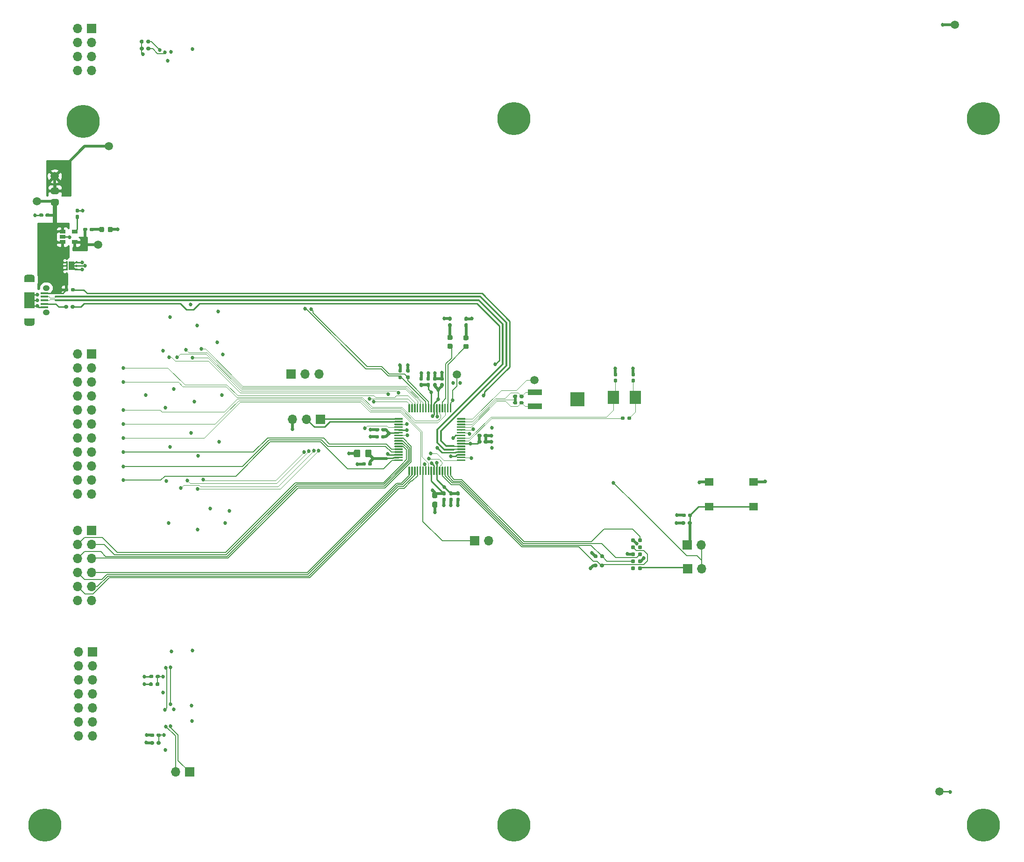
<source format=gbl>
G04 #@! TF.GenerationSoftware,KiCad,Pcbnew,(5.1.9)-1*
G04 #@! TF.CreationDate,2021-06-08T08:09:59+01:00*
G04 #@! TF.ProjectId,Looper_Board,4c6f6f70-6572-45f4-926f-6172642e6b69,rev?*
G04 #@! TF.SameCoordinates,Original*
G04 #@! TF.FileFunction,Copper,L4,Bot*
G04 #@! TF.FilePolarity,Positive*
%FSLAX46Y46*%
G04 Gerber Fmt 4.6, Leading zero omitted, Abs format (unit mm)*
G04 Created by KiCad (PCBNEW (5.1.9)-1) date 2021-06-08 08:09:59*
%MOMM*%
%LPD*%
G01*
G04 APERTURE LIST*
G04 #@! TA.AperFunction,SMDPad,CuDef*
%ADD10C,1.500000*%
G04 #@! TD*
G04 #@! TA.AperFunction,ComponentPad*
%ADD11R,1.700000X1.700000*%
G04 #@! TD*
G04 #@! TA.AperFunction,ComponentPad*
%ADD12O,1.700000X1.700000*%
G04 #@! TD*
G04 #@! TA.AperFunction,ComponentPad*
%ADD13O,1.250000X1.050000*%
G04 #@! TD*
G04 #@! TA.AperFunction,SMDPad,CuDef*
%ADD14R,1.350000X0.400000*%
G04 #@! TD*
G04 #@! TA.AperFunction,ComponentPad*
%ADD15O,1.900000X1.000000*%
G04 #@! TD*
G04 #@! TA.AperFunction,SMDPad,CuDef*
%ADD16R,1.900000X2.900000*%
G04 #@! TD*
G04 #@! TA.AperFunction,SMDPad,CuDef*
%ADD17R,1.900000X0.875000*%
G04 #@! TD*
G04 #@! TA.AperFunction,SMDPad,CuDef*
%ADD18R,1.600000X1.400000*%
G04 #@! TD*
G04 #@! TA.AperFunction,SMDPad,CuDef*
%ADD19R,1.060000X0.650000*%
G04 #@! TD*
G04 #@! TA.AperFunction,SMDPad,CuDef*
%ADD20R,1.000000X1.600000*%
G04 #@! TD*
G04 #@! TA.AperFunction,SMDPad,CuDef*
%ADD21C,0.787400*%
G04 #@! TD*
G04 #@! TA.AperFunction,SMDPad,CuDef*
%ADD22R,2.500000X1.000000*%
G04 #@! TD*
G04 #@! TA.AperFunction,SMDPad,CuDef*
%ADD23R,2.500000X2.500000*%
G04 #@! TD*
G04 #@! TA.AperFunction,SMDPad,CuDef*
%ADD24R,2.000000X2.400000*%
G04 #@! TD*
G04 #@! TA.AperFunction,ComponentPad*
%ADD25C,0.800000*%
G04 #@! TD*
G04 #@! TA.AperFunction,ComponentPad*
%ADD26C,6.000000*%
G04 #@! TD*
G04 #@! TA.AperFunction,ViaPad*
%ADD27C,0.685800*%
G04 #@! TD*
G04 #@! TA.AperFunction,Conductor*
%ADD28C,0.254000*%
G04 #@! TD*
G04 #@! TA.AperFunction,Conductor*
%ADD29C,0.508000*%
G04 #@! TD*
G04 #@! TA.AperFunction,Conductor*
%ADD30C,0.762000*%
G04 #@! TD*
G04 #@! TA.AperFunction,Conductor*
%ADD31C,0.117348*%
G04 #@! TD*
G04 #@! TA.AperFunction,Conductor*
%ADD32C,0.152400*%
G04 #@! TD*
G04 #@! TA.AperFunction,Conductor*
%ADD33C,0.360000*%
G04 #@! TD*
G04 #@! TA.AperFunction,Conductor*
%ADD34C,0.100000*%
G04 #@! TD*
G04 APERTURE END LIST*
G04 #@! TA.AperFunction,SMDPad,CuDef*
G36*
G01*
X127458800Y-127637300D02*
X127458800Y-127487300D01*
G75*
G02*
X127533800Y-127412300I75000J0D01*
G01*
X128933800Y-127412300D01*
G75*
G02*
X129008800Y-127487300I0J-75000D01*
G01*
X129008800Y-127637300D01*
G75*
G02*
X128933800Y-127712300I-75000J0D01*
G01*
X127533800Y-127712300D01*
G75*
G02*
X127458800Y-127637300I0J75000D01*
G01*
G37*
G04 #@! TD.AperFunction*
G04 #@! TA.AperFunction,SMDPad,CuDef*
G36*
G01*
X127458800Y-127137300D02*
X127458800Y-126987300D01*
G75*
G02*
X127533800Y-126912300I75000J0D01*
G01*
X128933800Y-126912300D01*
G75*
G02*
X129008800Y-126987300I0J-75000D01*
G01*
X129008800Y-127137300D01*
G75*
G02*
X128933800Y-127212300I-75000J0D01*
G01*
X127533800Y-127212300D01*
G75*
G02*
X127458800Y-127137300I0J75000D01*
G01*
G37*
G04 #@! TD.AperFunction*
G04 #@! TA.AperFunction,SMDPad,CuDef*
G36*
G01*
X127458800Y-126637300D02*
X127458800Y-126487300D01*
G75*
G02*
X127533800Y-126412300I75000J0D01*
G01*
X128933800Y-126412300D01*
G75*
G02*
X129008800Y-126487300I0J-75000D01*
G01*
X129008800Y-126637300D01*
G75*
G02*
X128933800Y-126712300I-75000J0D01*
G01*
X127533800Y-126712300D01*
G75*
G02*
X127458800Y-126637300I0J75000D01*
G01*
G37*
G04 #@! TD.AperFunction*
G04 #@! TA.AperFunction,SMDPad,CuDef*
G36*
G01*
X127458800Y-126137300D02*
X127458800Y-125987300D01*
G75*
G02*
X127533800Y-125912300I75000J0D01*
G01*
X128933800Y-125912300D01*
G75*
G02*
X129008800Y-125987300I0J-75000D01*
G01*
X129008800Y-126137300D01*
G75*
G02*
X128933800Y-126212300I-75000J0D01*
G01*
X127533800Y-126212300D01*
G75*
G02*
X127458800Y-126137300I0J75000D01*
G01*
G37*
G04 #@! TD.AperFunction*
G04 #@! TA.AperFunction,SMDPad,CuDef*
G36*
G01*
X127458800Y-125637300D02*
X127458800Y-125487300D01*
G75*
G02*
X127533800Y-125412300I75000J0D01*
G01*
X128933800Y-125412300D01*
G75*
G02*
X129008800Y-125487300I0J-75000D01*
G01*
X129008800Y-125637300D01*
G75*
G02*
X128933800Y-125712300I-75000J0D01*
G01*
X127533800Y-125712300D01*
G75*
G02*
X127458800Y-125637300I0J75000D01*
G01*
G37*
G04 #@! TD.AperFunction*
G04 #@! TA.AperFunction,SMDPad,CuDef*
G36*
G01*
X127458800Y-125137300D02*
X127458800Y-124987300D01*
G75*
G02*
X127533800Y-124912300I75000J0D01*
G01*
X128933800Y-124912300D01*
G75*
G02*
X129008800Y-124987300I0J-75000D01*
G01*
X129008800Y-125137300D01*
G75*
G02*
X128933800Y-125212300I-75000J0D01*
G01*
X127533800Y-125212300D01*
G75*
G02*
X127458800Y-125137300I0J75000D01*
G01*
G37*
G04 #@! TD.AperFunction*
G04 #@! TA.AperFunction,SMDPad,CuDef*
G36*
G01*
X127458800Y-124637300D02*
X127458800Y-124487300D01*
G75*
G02*
X127533800Y-124412300I75000J0D01*
G01*
X128933800Y-124412300D01*
G75*
G02*
X129008800Y-124487300I0J-75000D01*
G01*
X129008800Y-124637300D01*
G75*
G02*
X128933800Y-124712300I-75000J0D01*
G01*
X127533800Y-124712300D01*
G75*
G02*
X127458800Y-124637300I0J75000D01*
G01*
G37*
G04 #@! TD.AperFunction*
G04 #@! TA.AperFunction,SMDPad,CuDef*
G36*
G01*
X127458800Y-124137300D02*
X127458800Y-123987300D01*
G75*
G02*
X127533800Y-123912300I75000J0D01*
G01*
X128933800Y-123912300D01*
G75*
G02*
X129008800Y-123987300I0J-75000D01*
G01*
X129008800Y-124137300D01*
G75*
G02*
X128933800Y-124212300I-75000J0D01*
G01*
X127533800Y-124212300D01*
G75*
G02*
X127458800Y-124137300I0J75000D01*
G01*
G37*
G04 #@! TD.AperFunction*
G04 #@! TA.AperFunction,SMDPad,CuDef*
G36*
G01*
X127458800Y-123637300D02*
X127458800Y-123487300D01*
G75*
G02*
X127533800Y-123412300I75000J0D01*
G01*
X128933800Y-123412300D01*
G75*
G02*
X129008800Y-123487300I0J-75000D01*
G01*
X129008800Y-123637300D01*
G75*
G02*
X128933800Y-123712300I-75000J0D01*
G01*
X127533800Y-123712300D01*
G75*
G02*
X127458800Y-123637300I0J75000D01*
G01*
G37*
G04 #@! TD.AperFunction*
G04 #@! TA.AperFunction,SMDPad,CuDef*
G36*
G01*
X127458800Y-123137300D02*
X127458800Y-122987300D01*
G75*
G02*
X127533800Y-122912300I75000J0D01*
G01*
X128933800Y-122912300D01*
G75*
G02*
X129008800Y-122987300I0J-75000D01*
G01*
X129008800Y-123137300D01*
G75*
G02*
X128933800Y-123212300I-75000J0D01*
G01*
X127533800Y-123212300D01*
G75*
G02*
X127458800Y-123137300I0J75000D01*
G01*
G37*
G04 #@! TD.AperFunction*
G04 #@! TA.AperFunction,SMDPad,CuDef*
G36*
G01*
X127458800Y-122637300D02*
X127458800Y-122487300D01*
G75*
G02*
X127533800Y-122412300I75000J0D01*
G01*
X128933800Y-122412300D01*
G75*
G02*
X129008800Y-122487300I0J-75000D01*
G01*
X129008800Y-122637300D01*
G75*
G02*
X128933800Y-122712300I-75000J0D01*
G01*
X127533800Y-122712300D01*
G75*
G02*
X127458800Y-122637300I0J75000D01*
G01*
G37*
G04 #@! TD.AperFunction*
G04 #@! TA.AperFunction,SMDPad,CuDef*
G36*
G01*
X127458800Y-122137300D02*
X127458800Y-121987300D01*
G75*
G02*
X127533800Y-121912300I75000J0D01*
G01*
X128933800Y-121912300D01*
G75*
G02*
X129008800Y-121987300I0J-75000D01*
G01*
X129008800Y-122137300D01*
G75*
G02*
X128933800Y-122212300I-75000J0D01*
G01*
X127533800Y-122212300D01*
G75*
G02*
X127458800Y-122137300I0J75000D01*
G01*
G37*
G04 #@! TD.AperFunction*
G04 #@! TA.AperFunction,SMDPad,CuDef*
G36*
G01*
X127458800Y-121637300D02*
X127458800Y-121487300D01*
G75*
G02*
X127533800Y-121412300I75000J0D01*
G01*
X128933800Y-121412300D01*
G75*
G02*
X129008800Y-121487300I0J-75000D01*
G01*
X129008800Y-121637300D01*
G75*
G02*
X128933800Y-121712300I-75000J0D01*
G01*
X127533800Y-121712300D01*
G75*
G02*
X127458800Y-121637300I0J75000D01*
G01*
G37*
G04 #@! TD.AperFunction*
G04 #@! TA.AperFunction,SMDPad,CuDef*
G36*
G01*
X127458800Y-121137300D02*
X127458800Y-120987300D01*
G75*
G02*
X127533800Y-120912300I75000J0D01*
G01*
X128933800Y-120912300D01*
G75*
G02*
X129008800Y-120987300I0J-75000D01*
G01*
X129008800Y-121137300D01*
G75*
G02*
X128933800Y-121212300I-75000J0D01*
G01*
X127533800Y-121212300D01*
G75*
G02*
X127458800Y-121137300I0J75000D01*
G01*
G37*
G04 #@! TD.AperFunction*
G04 #@! TA.AperFunction,SMDPad,CuDef*
G36*
G01*
X127458800Y-120637300D02*
X127458800Y-120487300D01*
G75*
G02*
X127533800Y-120412300I75000J0D01*
G01*
X128933800Y-120412300D01*
G75*
G02*
X129008800Y-120487300I0J-75000D01*
G01*
X129008800Y-120637300D01*
G75*
G02*
X128933800Y-120712300I-75000J0D01*
G01*
X127533800Y-120712300D01*
G75*
G02*
X127458800Y-120637300I0J75000D01*
G01*
G37*
G04 #@! TD.AperFunction*
G04 #@! TA.AperFunction,SMDPad,CuDef*
G36*
G01*
X127458800Y-120137300D02*
X127458800Y-119987300D01*
G75*
G02*
X127533800Y-119912300I75000J0D01*
G01*
X128933800Y-119912300D01*
G75*
G02*
X129008800Y-119987300I0J-75000D01*
G01*
X129008800Y-120137300D01*
G75*
G02*
X128933800Y-120212300I-75000J0D01*
G01*
X127533800Y-120212300D01*
G75*
G02*
X127458800Y-120137300I0J75000D01*
G01*
G37*
G04 #@! TD.AperFunction*
G04 #@! TA.AperFunction,SMDPad,CuDef*
G36*
G01*
X130008800Y-118837300D02*
X130008800Y-117437300D01*
G75*
G02*
X130083800Y-117362300I75000J0D01*
G01*
X130233800Y-117362300D01*
G75*
G02*
X130308800Y-117437300I0J-75000D01*
G01*
X130308800Y-118837300D01*
G75*
G02*
X130233800Y-118912300I-75000J0D01*
G01*
X130083800Y-118912300D01*
G75*
G02*
X130008800Y-118837300I0J75000D01*
G01*
G37*
G04 #@! TD.AperFunction*
G04 #@! TA.AperFunction,SMDPad,CuDef*
G36*
G01*
X130508800Y-118837300D02*
X130508800Y-117437300D01*
G75*
G02*
X130583800Y-117362300I75000J0D01*
G01*
X130733800Y-117362300D01*
G75*
G02*
X130808800Y-117437300I0J-75000D01*
G01*
X130808800Y-118837300D01*
G75*
G02*
X130733800Y-118912300I-75000J0D01*
G01*
X130583800Y-118912300D01*
G75*
G02*
X130508800Y-118837300I0J75000D01*
G01*
G37*
G04 #@! TD.AperFunction*
G04 #@! TA.AperFunction,SMDPad,CuDef*
G36*
G01*
X131008800Y-118837300D02*
X131008800Y-117437300D01*
G75*
G02*
X131083800Y-117362300I75000J0D01*
G01*
X131233800Y-117362300D01*
G75*
G02*
X131308800Y-117437300I0J-75000D01*
G01*
X131308800Y-118837300D01*
G75*
G02*
X131233800Y-118912300I-75000J0D01*
G01*
X131083800Y-118912300D01*
G75*
G02*
X131008800Y-118837300I0J75000D01*
G01*
G37*
G04 #@! TD.AperFunction*
G04 #@! TA.AperFunction,SMDPad,CuDef*
G36*
G01*
X131508800Y-118837300D02*
X131508800Y-117437300D01*
G75*
G02*
X131583800Y-117362300I75000J0D01*
G01*
X131733800Y-117362300D01*
G75*
G02*
X131808800Y-117437300I0J-75000D01*
G01*
X131808800Y-118837300D01*
G75*
G02*
X131733800Y-118912300I-75000J0D01*
G01*
X131583800Y-118912300D01*
G75*
G02*
X131508800Y-118837300I0J75000D01*
G01*
G37*
G04 #@! TD.AperFunction*
G04 #@! TA.AperFunction,SMDPad,CuDef*
G36*
G01*
X132008800Y-118837300D02*
X132008800Y-117437300D01*
G75*
G02*
X132083800Y-117362300I75000J0D01*
G01*
X132233800Y-117362300D01*
G75*
G02*
X132308800Y-117437300I0J-75000D01*
G01*
X132308800Y-118837300D01*
G75*
G02*
X132233800Y-118912300I-75000J0D01*
G01*
X132083800Y-118912300D01*
G75*
G02*
X132008800Y-118837300I0J75000D01*
G01*
G37*
G04 #@! TD.AperFunction*
G04 #@! TA.AperFunction,SMDPad,CuDef*
G36*
G01*
X132508800Y-118837300D02*
X132508800Y-117437300D01*
G75*
G02*
X132583800Y-117362300I75000J0D01*
G01*
X132733800Y-117362300D01*
G75*
G02*
X132808800Y-117437300I0J-75000D01*
G01*
X132808800Y-118837300D01*
G75*
G02*
X132733800Y-118912300I-75000J0D01*
G01*
X132583800Y-118912300D01*
G75*
G02*
X132508800Y-118837300I0J75000D01*
G01*
G37*
G04 #@! TD.AperFunction*
G04 #@! TA.AperFunction,SMDPad,CuDef*
G36*
G01*
X133008800Y-118837300D02*
X133008800Y-117437300D01*
G75*
G02*
X133083800Y-117362300I75000J0D01*
G01*
X133233800Y-117362300D01*
G75*
G02*
X133308800Y-117437300I0J-75000D01*
G01*
X133308800Y-118837300D01*
G75*
G02*
X133233800Y-118912300I-75000J0D01*
G01*
X133083800Y-118912300D01*
G75*
G02*
X133008800Y-118837300I0J75000D01*
G01*
G37*
G04 #@! TD.AperFunction*
G04 #@! TA.AperFunction,SMDPad,CuDef*
G36*
G01*
X133508800Y-118837300D02*
X133508800Y-117437300D01*
G75*
G02*
X133583800Y-117362300I75000J0D01*
G01*
X133733800Y-117362300D01*
G75*
G02*
X133808800Y-117437300I0J-75000D01*
G01*
X133808800Y-118837300D01*
G75*
G02*
X133733800Y-118912300I-75000J0D01*
G01*
X133583800Y-118912300D01*
G75*
G02*
X133508800Y-118837300I0J75000D01*
G01*
G37*
G04 #@! TD.AperFunction*
G04 #@! TA.AperFunction,SMDPad,CuDef*
G36*
G01*
X134008800Y-118837300D02*
X134008800Y-117437300D01*
G75*
G02*
X134083800Y-117362300I75000J0D01*
G01*
X134233800Y-117362300D01*
G75*
G02*
X134308800Y-117437300I0J-75000D01*
G01*
X134308800Y-118837300D01*
G75*
G02*
X134233800Y-118912300I-75000J0D01*
G01*
X134083800Y-118912300D01*
G75*
G02*
X134008800Y-118837300I0J75000D01*
G01*
G37*
G04 #@! TD.AperFunction*
G04 #@! TA.AperFunction,SMDPad,CuDef*
G36*
G01*
X134508800Y-118837300D02*
X134508800Y-117437300D01*
G75*
G02*
X134583800Y-117362300I75000J0D01*
G01*
X134733800Y-117362300D01*
G75*
G02*
X134808800Y-117437300I0J-75000D01*
G01*
X134808800Y-118837300D01*
G75*
G02*
X134733800Y-118912300I-75000J0D01*
G01*
X134583800Y-118912300D01*
G75*
G02*
X134508800Y-118837300I0J75000D01*
G01*
G37*
G04 #@! TD.AperFunction*
G04 #@! TA.AperFunction,SMDPad,CuDef*
G36*
G01*
X135008800Y-118837300D02*
X135008800Y-117437300D01*
G75*
G02*
X135083800Y-117362300I75000J0D01*
G01*
X135233800Y-117362300D01*
G75*
G02*
X135308800Y-117437300I0J-75000D01*
G01*
X135308800Y-118837300D01*
G75*
G02*
X135233800Y-118912300I-75000J0D01*
G01*
X135083800Y-118912300D01*
G75*
G02*
X135008800Y-118837300I0J75000D01*
G01*
G37*
G04 #@! TD.AperFunction*
G04 #@! TA.AperFunction,SMDPad,CuDef*
G36*
G01*
X135508800Y-118837300D02*
X135508800Y-117437300D01*
G75*
G02*
X135583800Y-117362300I75000J0D01*
G01*
X135733800Y-117362300D01*
G75*
G02*
X135808800Y-117437300I0J-75000D01*
G01*
X135808800Y-118837300D01*
G75*
G02*
X135733800Y-118912300I-75000J0D01*
G01*
X135583800Y-118912300D01*
G75*
G02*
X135508800Y-118837300I0J75000D01*
G01*
G37*
G04 #@! TD.AperFunction*
G04 #@! TA.AperFunction,SMDPad,CuDef*
G36*
G01*
X136008800Y-118837300D02*
X136008800Y-117437300D01*
G75*
G02*
X136083800Y-117362300I75000J0D01*
G01*
X136233800Y-117362300D01*
G75*
G02*
X136308800Y-117437300I0J-75000D01*
G01*
X136308800Y-118837300D01*
G75*
G02*
X136233800Y-118912300I-75000J0D01*
G01*
X136083800Y-118912300D01*
G75*
G02*
X136008800Y-118837300I0J75000D01*
G01*
G37*
G04 #@! TD.AperFunction*
G04 #@! TA.AperFunction,SMDPad,CuDef*
G36*
G01*
X136508800Y-118837300D02*
X136508800Y-117437300D01*
G75*
G02*
X136583800Y-117362300I75000J0D01*
G01*
X136733800Y-117362300D01*
G75*
G02*
X136808800Y-117437300I0J-75000D01*
G01*
X136808800Y-118837300D01*
G75*
G02*
X136733800Y-118912300I-75000J0D01*
G01*
X136583800Y-118912300D01*
G75*
G02*
X136508800Y-118837300I0J75000D01*
G01*
G37*
G04 #@! TD.AperFunction*
G04 #@! TA.AperFunction,SMDPad,CuDef*
G36*
G01*
X137008800Y-118837300D02*
X137008800Y-117437300D01*
G75*
G02*
X137083800Y-117362300I75000J0D01*
G01*
X137233800Y-117362300D01*
G75*
G02*
X137308800Y-117437300I0J-75000D01*
G01*
X137308800Y-118837300D01*
G75*
G02*
X137233800Y-118912300I-75000J0D01*
G01*
X137083800Y-118912300D01*
G75*
G02*
X137008800Y-118837300I0J75000D01*
G01*
G37*
G04 #@! TD.AperFunction*
G04 #@! TA.AperFunction,SMDPad,CuDef*
G36*
G01*
X137508800Y-118837300D02*
X137508800Y-117437300D01*
G75*
G02*
X137583800Y-117362300I75000J0D01*
G01*
X137733800Y-117362300D01*
G75*
G02*
X137808800Y-117437300I0J-75000D01*
G01*
X137808800Y-118837300D01*
G75*
G02*
X137733800Y-118912300I-75000J0D01*
G01*
X137583800Y-118912300D01*
G75*
G02*
X137508800Y-118837300I0J75000D01*
G01*
G37*
G04 #@! TD.AperFunction*
G04 #@! TA.AperFunction,SMDPad,CuDef*
G36*
G01*
X138808800Y-120137300D02*
X138808800Y-119987300D01*
G75*
G02*
X138883800Y-119912300I75000J0D01*
G01*
X140283800Y-119912300D01*
G75*
G02*
X140358800Y-119987300I0J-75000D01*
G01*
X140358800Y-120137300D01*
G75*
G02*
X140283800Y-120212300I-75000J0D01*
G01*
X138883800Y-120212300D01*
G75*
G02*
X138808800Y-120137300I0J75000D01*
G01*
G37*
G04 #@! TD.AperFunction*
G04 #@! TA.AperFunction,SMDPad,CuDef*
G36*
G01*
X138808800Y-120637300D02*
X138808800Y-120487300D01*
G75*
G02*
X138883800Y-120412300I75000J0D01*
G01*
X140283800Y-120412300D01*
G75*
G02*
X140358800Y-120487300I0J-75000D01*
G01*
X140358800Y-120637300D01*
G75*
G02*
X140283800Y-120712300I-75000J0D01*
G01*
X138883800Y-120712300D01*
G75*
G02*
X138808800Y-120637300I0J75000D01*
G01*
G37*
G04 #@! TD.AperFunction*
G04 #@! TA.AperFunction,SMDPad,CuDef*
G36*
G01*
X138808800Y-121137300D02*
X138808800Y-120987300D01*
G75*
G02*
X138883800Y-120912300I75000J0D01*
G01*
X140283800Y-120912300D01*
G75*
G02*
X140358800Y-120987300I0J-75000D01*
G01*
X140358800Y-121137300D01*
G75*
G02*
X140283800Y-121212300I-75000J0D01*
G01*
X138883800Y-121212300D01*
G75*
G02*
X138808800Y-121137300I0J75000D01*
G01*
G37*
G04 #@! TD.AperFunction*
G04 #@! TA.AperFunction,SMDPad,CuDef*
G36*
G01*
X138808800Y-121637300D02*
X138808800Y-121487300D01*
G75*
G02*
X138883800Y-121412300I75000J0D01*
G01*
X140283800Y-121412300D01*
G75*
G02*
X140358800Y-121487300I0J-75000D01*
G01*
X140358800Y-121637300D01*
G75*
G02*
X140283800Y-121712300I-75000J0D01*
G01*
X138883800Y-121712300D01*
G75*
G02*
X138808800Y-121637300I0J75000D01*
G01*
G37*
G04 #@! TD.AperFunction*
G04 #@! TA.AperFunction,SMDPad,CuDef*
G36*
G01*
X138808800Y-122137300D02*
X138808800Y-121987300D01*
G75*
G02*
X138883800Y-121912300I75000J0D01*
G01*
X140283800Y-121912300D01*
G75*
G02*
X140358800Y-121987300I0J-75000D01*
G01*
X140358800Y-122137300D01*
G75*
G02*
X140283800Y-122212300I-75000J0D01*
G01*
X138883800Y-122212300D01*
G75*
G02*
X138808800Y-122137300I0J75000D01*
G01*
G37*
G04 #@! TD.AperFunction*
G04 #@! TA.AperFunction,SMDPad,CuDef*
G36*
G01*
X138808800Y-122637300D02*
X138808800Y-122487300D01*
G75*
G02*
X138883800Y-122412300I75000J0D01*
G01*
X140283800Y-122412300D01*
G75*
G02*
X140358800Y-122487300I0J-75000D01*
G01*
X140358800Y-122637300D01*
G75*
G02*
X140283800Y-122712300I-75000J0D01*
G01*
X138883800Y-122712300D01*
G75*
G02*
X138808800Y-122637300I0J75000D01*
G01*
G37*
G04 #@! TD.AperFunction*
G04 #@! TA.AperFunction,SMDPad,CuDef*
G36*
G01*
X138808800Y-123137300D02*
X138808800Y-122987300D01*
G75*
G02*
X138883800Y-122912300I75000J0D01*
G01*
X140283800Y-122912300D01*
G75*
G02*
X140358800Y-122987300I0J-75000D01*
G01*
X140358800Y-123137300D01*
G75*
G02*
X140283800Y-123212300I-75000J0D01*
G01*
X138883800Y-123212300D01*
G75*
G02*
X138808800Y-123137300I0J75000D01*
G01*
G37*
G04 #@! TD.AperFunction*
G04 #@! TA.AperFunction,SMDPad,CuDef*
G36*
G01*
X138808800Y-123637300D02*
X138808800Y-123487300D01*
G75*
G02*
X138883800Y-123412300I75000J0D01*
G01*
X140283800Y-123412300D01*
G75*
G02*
X140358800Y-123487300I0J-75000D01*
G01*
X140358800Y-123637300D01*
G75*
G02*
X140283800Y-123712300I-75000J0D01*
G01*
X138883800Y-123712300D01*
G75*
G02*
X138808800Y-123637300I0J75000D01*
G01*
G37*
G04 #@! TD.AperFunction*
G04 #@! TA.AperFunction,SMDPad,CuDef*
G36*
G01*
X138808800Y-124137300D02*
X138808800Y-123987300D01*
G75*
G02*
X138883800Y-123912300I75000J0D01*
G01*
X140283800Y-123912300D01*
G75*
G02*
X140358800Y-123987300I0J-75000D01*
G01*
X140358800Y-124137300D01*
G75*
G02*
X140283800Y-124212300I-75000J0D01*
G01*
X138883800Y-124212300D01*
G75*
G02*
X138808800Y-124137300I0J75000D01*
G01*
G37*
G04 #@! TD.AperFunction*
G04 #@! TA.AperFunction,SMDPad,CuDef*
G36*
G01*
X138808800Y-124637300D02*
X138808800Y-124487300D01*
G75*
G02*
X138883800Y-124412300I75000J0D01*
G01*
X140283800Y-124412300D01*
G75*
G02*
X140358800Y-124487300I0J-75000D01*
G01*
X140358800Y-124637300D01*
G75*
G02*
X140283800Y-124712300I-75000J0D01*
G01*
X138883800Y-124712300D01*
G75*
G02*
X138808800Y-124637300I0J75000D01*
G01*
G37*
G04 #@! TD.AperFunction*
G04 #@! TA.AperFunction,SMDPad,CuDef*
G36*
G01*
X138808800Y-125137300D02*
X138808800Y-124987300D01*
G75*
G02*
X138883800Y-124912300I75000J0D01*
G01*
X140283800Y-124912300D01*
G75*
G02*
X140358800Y-124987300I0J-75000D01*
G01*
X140358800Y-125137300D01*
G75*
G02*
X140283800Y-125212300I-75000J0D01*
G01*
X138883800Y-125212300D01*
G75*
G02*
X138808800Y-125137300I0J75000D01*
G01*
G37*
G04 #@! TD.AperFunction*
G04 #@! TA.AperFunction,SMDPad,CuDef*
G36*
G01*
X138808800Y-125637300D02*
X138808800Y-125487300D01*
G75*
G02*
X138883800Y-125412300I75000J0D01*
G01*
X140283800Y-125412300D01*
G75*
G02*
X140358800Y-125487300I0J-75000D01*
G01*
X140358800Y-125637300D01*
G75*
G02*
X140283800Y-125712300I-75000J0D01*
G01*
X138883800Y-125712300D01*
G75*
G02*
X138808800Y-125637300I0J75000D01*
G01*
G37*
G04 #@! TD.AperFunction*
G04 #@! TA.AperFunction,SMDPad,CuDef*
G36*
G01*
X138808800Y-126137300D02*
X138808800Y-125987300D01*
G75*
G02*
X138883800Y-125912300I75000J0D01*
G01*
X140283800Y-125912300D01*
G75*
G02*
X140358800Y-125987300I0J-75000D01*
G01*
X140358800Y-126137300D01*
G75*
G02*
X140283800Y-126212300I-75000J0D01*
G01*
X138883800Y-126212300D01*
G75*
G02*
X138808800Y-126137300I0J75000D01*
G01*
G37*
G04 #@! TD.AperFunction*
G04 #@! TA.AperFunction,SMDPad,CuDef*
G36*
G01*
X138808800Y-126637300D02*
X138808800Y-126487300D01*
G75*
G02*
X138883800Y-126412300I75000J0D01*
G01*
X140283800Y-126412300D01*
G75*
G02*
X140358800Y-126487300I0J-75000D01*
G01*
X140358800Y-126637300D01*
G75*
G02*
X140283800Y-126712300I-75000J0D01*
G01*
X138883800Y-126712300D01*
G75*
G02*
X138808800Y-126637300I0J75000D01*
G01*
G37*
G04 #@! TD.AperFunction*
G04 #@! TA.AperFunction,SMDPad,CuDef*
G36*
G01*
X138808800Y-127137300D02*
X138808800Y-126987300D01*
G75*
G02*
X138883800Y-126912300I75000J0D01*
G01*
X140283800Y-126912300D01*
G75*
G02*
X140358800Y-126987300I0J-75000D01*
G01*
X140358800Y-127137300D01*
G75*
G02*
X140283800Y-127212300I-75000J0D01*
G01*
X138883800Y-127212300D01*
G75*
G02*
X138808800Y-127137300I0J75000D01*
G01*
G37*
G04 #@! TD.AperFunction*
G04 #@! TA.AperFunction,SMDPad,CuDef*
G36*
G01*
X138808800Y-127637300D02*
X138808800Y-127487300D01*
G75*
G02*
X138883800Y-127412300I75000J0D01*
G01*
X140283800Y-127412300D01*
G75*
G02*
X140358800Y-127487300I0J-75000D01*
G01*
X140358800Y-127637300D01*
G75*
G02*
X140283800Y-127712300I-75000J0D01*
G01*
X138883800Y-127712300D01*
G75*
G02*
X138808800Y-127637300I0J75000D01*
G01*
G37*
G04 #@! TD.AperFunction*
G04 #@! TA.AperFunction,SMDPad,CuDef*
G36*
G01*
X137508800Y-130187300D02*
X137508800Y-128787300D01*
G75*
G02*
X137583800Y-128712300I75000J0D01*
G01*
X137733800Y-128712300D01*
G75*
G02*
X137808800Y-128787300I0J-75000D01*
G01*
X137808800Y-130187300D01*
G75*
G02*
X137733800Y-130262300I-75000J0D01*
G01*
X137583800Y-130262300D01*
G75*
G02*
X137508800Y-130187300I0J75000D01*
G01*
G37*
G04 #@! TD.AperFunction*
G04 #@! TA.AperFunction,SMDPad,CuDef*
G36*
G01*
X137008800Y-130187300D02*
X137008800Y-128787300D01*
G75*
G02*
X137083800Y-128712300I75000J0D01*
G01*
X137233800Y-128712300D01*
G75*
G02*
X137308800Y-128787300I0J-75000D01*
G01*
X137308800Y-130187300D01*
G75*
G02*
X137233800Y-130262300I-75000J0D01*
G01*
X137083800Y-130262300D01*
G75*
G02*
X137008800Y-130187300I0J75000D01*
G01*
G37*
G04 #@! TD.AperFunction*
G04 #@! TA.AperFunction,SMDPad,CuDef*
G36*
G01*
X136508800Y-130187300D02*
X136508800Y-128787300D01*
G75*
G02*
X136583800Y-128712300I75000J0D01*
G01*
X136733800Y-128712300D01*
G75*
G02*
X136808800Y-128787300I0J-75000D01*
G01*
X136808800Y-130187300D01*
G75*
G02*
X136733800Y-130262300I-75000J0D01*
G01*
X136583800Y-130262300D01*
G75*
G02*
X136508800Y-130187300I0J75000D01*
G01*
G37*
G04 #@! TD.AperFunction*
G04 #@! TA.AperFunction,SMDPad,CuDef*
G36*
G01*
X136008800Y-130187300D02*
X136008800Y-128787300D01*
G75*
G02*
X136083800Y-128712300I75000J0D01*
G01*
X136233800Y-128712300D01*
G75*
G02*
X136308800Y-128787300I0J-75000D01*
G01*
X136308800Y-130187300D01*
G75*
G02*
X136233800Y-130262300I-75000J0D01*
G01*
X136083800Y-130262300D01*
G75*
G02*
X136008800Y-130187300I0J75000D01*
G01*
G37*
G04 #@! TD.AperFunction*
G04 #@! TA.AperFunction,SMDPad,CuDef*
G36*
G01*
X135508800Y-130187300D02*
X135508800Y-128787300D01*
G75*
G02*
X135583800Y-128712300I75000J0D01*
G01*
X135733800Y-128712300D01*
G75*
G02*
X135808800Y-128787300I0J-75000D01*
G01*
X135808800Y-130187300D01*
G75*
G02*
X135733800Y-130262300I-75000J0D01*
G01*
X135583800Y-130262300D01*
G75*
G02*
X135508800Y-130187300I0J75000D01*
G01*
G37*
G04 #@! TD.AperFunction*
G04 #@! TA.AperFunction,SMDPad,CuDef*
G36*
G01*
X135008800Y-130187300D02*
X135008800Y-128787300D01*
G75*
G02*
X135083800Y-128712300I75000J0D01*
G01*
X135233800Y-128712300D01*
G75*
G02*
X135308800Y-128787300I0J-75000D01*
G01*
X135308800Y-130187300D01*
G75*
G02*
X135233800Y-130262300I-75000J0D01*
G01*
X135083800Y-130262300D01*
G75*
G02*
X135008800Y-130187300I0J75000D01*
G01*
G37*
G04 #@! TD.AperFunction*
G04 #@! TA.AperFunction,SMDPad,CuDef*
G36*
G01*
X134508800Y-130187300D02*
X134508800Y-128787300D01*
G75*
G02*
X134583800Y-128712300I75000J0D01*
G01*
X134733800Y-128712300D01*
G75*
G02*
X134808800Y-128787300I0J-75000D01*
G01*
X134808800Y-130187300D01*
G75*
G02*
X134733800Y-130262300I-75000J0D01*
G01*
X134583800Y-130262300D01*
G75*
G02*
X134508800Y-130187300I0J75000D01*
G01*
G37*
G04 #@! TD.AperFunction*
G04 #@! TA.AperFunction,SMDPad,CuDef*
G36*
G01*
X134008800Y-130187300D02*
X134008800Y-128787300D01*
G75*
G02*
X134083800Y-128712300I75000J0D01*
G01*
X134233800Y-128712300D01*
G75*
G02*
X134308800Y-128787300I0J-75000D01*
G01*
X134308800Y-130187300D01*
G75*
G02*
X134233800Y-130262300I-75000J0D01*
G01*
X134083800Y-130262300D01*
G75*
G02*
X134008800Y-130187300I0J75000D01*
G01*
G37*
G04 #@! TD.AperFunction*
G04 #@! TA.AperFunction,SMDPad,CuDef*
G36*
G01*
X133508800Y-130187300D02*
X133508800Y-128787300D01*
G75*
G02*
X133583800Y-128712300I75000J0D01*
G01*
X133733800Y-128712300D01*
G75*
G02*
X133808800Y-128787300I0J-75000D01*
G01*
X133808800Y-130187300D01*
G75*
G02*
X133733800Y-130262300I-75000J0D01*
G01*
X133583800Y-130262300D01*
G75*
G02*
X133508800Y-130187300I0J75000D01*
G01*
G37*
G04 #@! TD.AperFunction*
G04 #@! TA.AperFunction,SMDPad,CuDef*
G36*
G01*
X133008800Y-130187300D02*
X133008800Y-128787300D01*
G75*
G02*
X133083800Y-128712300I75000J0D01*
G01*
X133233800Y-128712300D01*
G75*
G02*
X133308800Y-128787300I0J-75000D01*
G01*
X133308800Y-130187300D01*
G75*
G02*
X133233800Y-130262300I-75000J0D01*
G01*
X133083800Y-130262300D01*
G75*
G02*
X133008800Y-130187300I0J75000D01*
G01*
G37*
G04 #@! TD.AperFunction*
G04 #@! TA.AperFunction,SMDPad,CuDef*
G36*
G01*
X132508800Y-130187300D02*
X132508800Y-128787300D01*
G75*
G02*
X132583800Y-128712300I75000J0D01*
G01*
X132733800Y-128712300D01*
G75*
G02*
X132808800Y-128787300I0J-75000D01*
G01*
X132808800Y-130187300D01*
G75*
G02*
X132733800Y-130262300I-75000J0D01*
G01*
X132583800Y-130262300D01*
G75*
G02*
X132508800Y-130187300I0J75000D01*
G01*
G37*
G04 #@! TD.AperFunction*
G04 #@! TA.AperFunction,SMDPad,CuDef*
G36*
G01*
X132008800Y-130187300D02*
X132008800Y-128787300D01*
G75*
G02*
X132083800Y-128712300I75000J0D01*
G01*
X132233800Y-128712300D01*
G75*
G02*
X132308800Y-128787300I0J-75000D01*
G01*
X132308800Y-130187300D01*
G75*
G02*
X132233800Y-130262300I-75000J0D01*
G01*
X132083800Y-130262300D01*
G75*
G02*
X132008800Y-130187300I0J75000D01*
G01*
G37*
G04 #@! TD.AperFunction*
G04 #@! TA.AperFunction,SMDPad,CuDef*
G36*
G01*
X131508800Y-130187300D02*
X131508800Y-128787300D01*
G75*
G02*
X131583800Y-128712300I75000J0D01*
G01*
X131733800Y-128712300D01*
G75*
G02*
X131808800Y-128787300I0J-75000D01*
G01*
X131808800Y-130187300D01*
G75*
G02*
X131733800Y-130262300I-75000J0D01*
G01*
X131583800Y-130262300D01*
G75*
G02*
X131508800Y-130187300I0J75000D01*
G01*
G37*
G04 #@! TD.AperFunction*
G04 #@! TA.AperFunction,SMDPad,CuDef*
G36*
G01*
X131008800Y-130187300D02*
X131008800Y-128787300D01*
G75*
G02*
X131083800Y-128712300I75000J0D01*
G01*
X131233800Y-128712300D01*
G75*
G02*
X131308800Y-128787300I0J-75000D01*
G01*
X131308800Y-130187300D01*
G75*
G02*
X131233800Y-130262300I-75000J0D01*
G01*
X131083800Y-130262300D01*
G75*
G02*
X131008800Y-130187300I0J75000D01*
G01*
G37*
G04 #@! TD.AperFunction*
G04 #@! TA.AperFunction,SMDPad,CuDef*
G36*
G01*
X130508800Y-130187300D02*
X130508800Y-128787300D01*
G75*
G02*
X130583800Y-128712300I75000J0D01*
G01*
X130733800Y-128712300D01*
G75*
G02*
X130808800Y-128787300I0J-75000D01*
G01*
X130808800Y-130187300D01*
G75*
G02*
X130733800Y-130262300I-75000J0D01*
G01*
X130583800Y-130262300D01*
G75*
G02*
X130508800Y-130187300I0J75000D01*
G01*
G37*
G04 #@! TD.AperFunction*
G04 #@! TA.AperFunction,SMDPad,CuDef*
G36*
G01*
X130008800Y-130187300D02*
X130008800Y-128787300D01*
G75*
G02*
X130083800Y-128712300I75000J0D01*
G01*
X130233800Y-128712300D01*
G75*
G02*
X130308800Y-128787300I0J-75000D01*
G01*
X130308800Y-130187300D01*
G75*
G02*
X130233800Y-130262300I-75000J0D01*
G01*
X130083800Y-130262300D01*
G75*
G02*
X130008800Y-130187300I0J75000D01*
G01*
G37*
G04 #@! TD.AperFunction*
D10*
X65874900Y-76073000D03*
X226288600Y-187591700D03*
D11*
X90360500Y-184099200D03*
D12*
X87820500Y-184099200D03*
G04 #@! TA.AperFunction,SMDPad,CuDef*
G36*
G01*
X167693400Y-112360100D02*
X167383400Y-112360100D01*
G75*
G02*
X167228400Y-112205100I0J155000D01*
G01*
X167228400Y-111780100D01*
G75*
G02*
X167383400Y-111625100I155000J0D01*
G01*
X167693400Y-111625100D01*
G75*
G02*
X167848400Y-111780100I0J-155000D01*
G01*
X167848400Y-112205100D01*
G75*
G02*
X167693400Y-112360100I-155000J0D01*
G01*
G37*
G04 #@! TD.AperFunction*
G04 #@! TA.AperFunction,SMDPad,CuDef*
G36*
G01*
X167693400Y-113495100D02*
X167383400Y-113495100D01*
G75*
G02*
X167228400Y-113340100I0J155000D01*
G01*
X167228400Y-112915100D01*
G75*
G02*
X167383400Y-112760100I155000J0D01*
G01*
X167693400Y-112760100D01*
G75*
G02*
X167848400Y-112915100I0J-155000D01*
G01*
X167848400Y-113340100D01*
G75*
G02*
X167693400Y-113495100I-155000J0D01*
G01*
G37*
G04 #@! TD.AperFunction*
G04 #@! TA.AperFunction,SMDPad,CuDef*
G36*
G01*
X134573000Y-133359700D02*
X135048000Y-133359700D01*
G75*
G02*
X135285500Y-133597200I0J-237500D01*
G01*
X135285500Y-134197200D01*
G75*
G02*
X135048000Y-134434700I-237500J0D01*
G01*
X134573000Y-134434700D01*
G75*
G02*
X134335500Y-134197200I0J237500D01*
G01*
X134335500Y-133597200D01*
G75*
G02*
X134573000Y-133359700I237500J0D01*
G01*
G37*
G04 #@! TD.AperFunction*
G04 #@! TA.AperFunction,SMDPad,CuDef*
G36*
G01*
X134573000Y-135084700D02*
X135048000Y-135084700D01*
G75*
G02*
X135285500Y-135322200I0J-237500D01*
G01*
X135285500Y-135922200D01*
G75*
G02*
X135048000Y-136159700I-237500J0D01*
G01*
X134573000Y-136159700D01*
G75*
G02*
X134335500Y-135922200I0J237500D01*
G01*
X134335500Y-135322200D01*
G75*
G02*
X134573000Y-135084700I237500J0D01*
G01*
G37*
G04 #@! TD.AperFunction*
G04 #@! TA.AperFunction,SMDPad,CuDef*
G36*
G01*
X170893800Y-113495100D02*
X170583800Y-113495100D01*
G75*
G02*
X170428800Y-113340100I0J155000D01*
G01*
X170428800Y-112915100D01*
G75*
G02*
X170583800Y-112760100I155000J0D01*
G01*
X170893800Y-112760100D01*
G75*
G02*
X171048800Y-112915100I0J-155000D01*
G01*
X171048800Y-113340100D01*
G75*
G02*
X170893800Y-113495100I-155000J0D01*
G01*
G37*
G04 #@! TD.AperFunction*
G04 #@! TA.AperFunction,SMDPad,CuDef*
G36*
G01*
X170893800Y-112360100D02*
X170583800Y-112360100D01*
G75*
G02*
X170428800Y-112205100I0J155000D01*
G01*
X170428800Y-111780100D01*
G75*
G02*
X170583800Y-111625100I155000J0D01*
G01*
X170893800Y-111625100D01*
G75*
G02*
X171048800Y-111780100I0J-155000D01*
G01*
X171048800Y-112205100D01*
G75*
G02*
X170893800Y-112360100I-155000J0D01*
G01*
G37*
G04 #@! TD.AperFunction*
G04 #@! TA.AperFunction,SMDPad,CuDef*
G36*
G01*
X149736200Y-115834100D02*
X149736200Y-116144100D01*
G75*
G02*
X149581200Y-116299100I-155000J0D01*
G01*
X149156200Y-116299100D01*
G75*
G02*
X149001200Y-116144100I0J155000D01*
G01*
X149001200Y-115834100D01*
G75*
G02*
X149156200Y-115679100I155000J0D01*
G01*
X149581200Y-115679100D01*
G75*
G02*
X149736200Y-115834100I0J-155000D01*
G01*
G37*
G04 #@! TD.AperFunction*
G04 #@! TA.AperFunction,SMDPad,CuDef*
G36*
G01*
X150871200Y-115834100D02*
X150871200Y-116144100D01*
G75*
G02*
X150716200Y-116299100I-155000J0D01*
G01*
X150291200Y-116299100D01*
G75*
G02*
X150136200Y-116144100I0J155000D01*
G01*
X150136200Y-115834100D01*
G75*
G02*
X150291200Y-115679100I155000J0D01*
G01*
X150716200Y-115679100D01*
G75*
G02*
X150871200Y-115834100I0J-155000D01*
G01*
G37*
G04 #@! TD.AperFunction*
G04 #@! TA.AperFunction,SMDPad,CuDef*
G36*
G01*
X132489000Y-113147500D02*
X132179000Y-113147500D01*
G75*
G02*
X132024000Y-112992500I0J155000D01*
G01*
X132024000Y-112567500D01*
G75*
G02*
X132179000Y-112412500I155000J0D01*
G01*
X132489000Y-112412500D01*
G75*
G02*
X132644000Y-112567500I0J-155000D01*
G01*
X132644000Y-112992500D01*
G75*
G02*
X132489000Y-113147500I-155000J0D01*
G01*
G37*
G04 #@! TD.AperFunction*
G04 #@! TA.AperFunction,SMDPad,CuDef*
G36*
G01*
X132489000Y-114282500D02*
X132179000Y-114282500D01*
G75*
G02*
X132024000Y-114127500I0J155000D01*
G01*
X132024000Y-113702500D01*
G75*
G02*
X132179000Y-113547500I155000J0D01*
G01*
X132489000Y-113547500D01*
G75*
G02*
X132644000Y-113702500I0J-155000D01*
G01*
X132644000Y-114127500D01*
G75*
G02*
X132489000Y-114282500I-155000J0D01*
G01*
G37*
G04 #@! TD.AperFunction*
G04 #@! TA.AperFunction,SMDPad,CuDef*
G36*
G01*
X150136200Y-117287100D02*
X150136200Y-116977100D01*
G75*
G02*
X150291200Y-116822100I155000J0D01*
G01*
X150716200Y-116822100D01*
G75*
G02*
X150871200Y-116977100I0J-155000D01*
G01*
X150871200Y-117287100D01*
G75*
G02*
X150716200Y-117442100I-155000J0D01*
G01*
X150291200Y-117442100D01*
G75*
G02*
X150136200Y-117287100I0J155000D01*
G01*
G37*
G04 #@! TD.AperFunction*
G04 #@! TA.AperFunction,SMDPad,CuDef*
G36*
G01*
X149001200Y-117287100D02*
X149001200Y-116977100D01*
G75*
G02*
X149156200Y-116822100I155000J0D01*
G01*
X149581200Y-116822100D01*
G75*
G02*
X149736200Y-116977100I0J-155000D01*
G01*
X149736200Y-117287100D01*
G75*
G02*
X149581200Y-117442100I-155000J0D01*
G01*
X149156200Y-117442100D01*
G75*
G02*
X149001200Y-117287100I0J155000D01*
G01*
G37*
G04 #@! TD.AperFunction*
G04 #@! TA.AperFunction,SMDPad,CuDef*
G36*
G01*
X136306500Y-133215100D02*
X136616500Y-133215100D01*
G75*
G02*
X136771500Y-133370100I0J-155000D01*
G01*
X136771500Y-133795100D01*
G75*
G02*
X136616500Y-133950100I-155000J0D01*
G01*
X136306500Y-133950100D01*
G75*
G02*
X136151500Y-133795100I0J155000D01*
G01*
X136151500Y-133370100D01*
G75*
G02*
X136306500Y-133215100I155000J0D01*
G01*
G37*
G04 #@! TD.AperFunction*
G04 #@! TA.AperFunction,SMDPad,CuDef*
G36*
G01*
X136306500Y-134350100D02*
X136616500Y-134350100D01*
G75*
G02*
X136771500Y-134505100I0J-155000D01*
G01*
X136771500Y-134930100D01*
G75*
G02*
X136616500Y-135085100I-155000J0D01*
G01*
X136306500Y-135085100D01*
G75*
G02*
X136151500Y-134930100I0J155000D01*
G01*
X136151500Y-134505100D01*
G75*
G02*
X136306500Y-134350100I155000J0D01*
G01*
G37*
G04 #@! TD.AperFunction*
G04 #@! TA.AperFunction,SMDPad,CuDef*
G36*
G01*
X133759000Y-114282500D02*
X133449000Y-114282500D01*
G75*
G02*
X133294000Y-114127500I0J155000D01*
G01*
X133294000Y-113702500D01*
G75*
G02*
X133449000Y-113547500I155000J0D01*
G01*
X133759000Y-113547500D01*
G75*
G02*
X133914000Y-113702500I0J-155000D01*
G01*
X133914000Y-114127500D01*
G75*
G02*
X133759000Y-114282500I-155000J0D01*
G01*
G37*
G04 #@! TD.AperFunction*
G04 #@! TA.AperFunction,SMDPad,CuDef*
G36*
G01*
X133759000Y-113147500D02*
X133449000Y-113147500D01*
G75*
G02*
X133294000Y-112992500I0J155000D01*
G01*
X133294000Y-112567500D01*
G75*
G02*
X133449000Y-112412500I155000J0D01*
G01*
X133759000Y-112412500D01*
G75*
G02*
X133914000Y-112567500I0J-155000D01*
G01*
X133914000Y-112992500D01*
G75*
G02*
X133759000Y-113147500I-155000J0D01*
G01*
G37*
G04 #@! TD.AperFunction*
G04 #@! TA.AperFunction,SMDPad,CuDef*
G36*
G01*
X123413800Y-128089600D02*
X123413800Y-128399600D01*
G75*
G02*
X123258800Y-128554600I-155000J0D01*
G01*
X122833800Y-128554600D01*
G75*
G02*
X122678800Y-128399600I0J155000D01*
G01*
X122678800Y-128089600D01*
G75*
G02*
X122833800Y-127934600I155000J0D01*
G01*
X123258800Y-127934600D01*
G75*
G02*
X123413800Y-128089600I0J-155000D01*
G01*
G37*
G04 #@! TD.AperFunction*
G04 #@! TA.AperFunction,SMDPad,CuDef*
G36*
G01*
X122278800Y-128089600D02*
X122278800Y-128399600D01*
G75*
G02*
X122123800Y-128554600I-155000J0D01*
G01*
X121698800Y-128554600D01*
G75*
G02*
X121543800Y-128399600I0J155000D01*
G01*
X121543800Y-128089600D01*
G75*
G02*
X121698800Y-127934600I155000J0D01*
G01*
X122123800Y-127934600D01*
G75*
G02*
X122278800Y-128089600I0J-155000D01*
G01*
G37*
G04 #@! TD.AperFunction*
G04 #@! TA.AperFunction,SMDPad,CuDef*
G36*
G01*
X137576500Y-133215100D02*
X137886500Y-133215100D01*
G75*
G02*
X138041500Y-133370100I0J-155000D01*
G01*
X138041500Y-133795100D01*
G75*
G02*
X137886500Y-133950100I-155000J0D01*
G01*
X137576500Y-133950100D01*
G75*
G02*
X137421500Y-133795100I0J155000D01*
G01*
X137421500Y-133370100D01*
G75*
G02*
X137576500Y-133215100I155000J0D01*
G01*
G37*
G04 #@! TD.AperFunction*
G04 #@! TA.AperFunction,SMDPad,CuDef*
G36*
G01*
X137576500Y-134350100D02*
X137886500Y-134350100D01*
G75*
G02*
X138041500Y-134505100I0J-155000D01*
G01*
X138041500Y-134930100D01*
G75*
G02*
X137886500Y-135085100I-155000J0D01*
G01*
X137576500Y-135085100D01*
G75*
G02*
X137421500Y-134930100I0J155000D01*
G01*
X137421500Y-134505100D01*
G75*
G02*
X137576500Y-134350100I155000J0D01*
G01*
G37*
G04 #@! TD.AperFunction*
G04 #@! TA.AperFunction,SMDPad,CuDef*
G36*
G01*
X143659200Y-123230700D02*
X143659200Y-122920700D01*
G75*
G02*
X143814200Y-122765700I155000J0D01*
G01*
X144239200Y-122765700D01*
G75*
G02*
X144394200Y-122920700I0J-155000D01*
G01*
X144394200Y-123230700D01*
G75*
G02*
X144239200Y-123385700I-155000J0D01*
G01*
X143814200Y-123385700D01*
G75*
G02*
X143659200Y-123230700I0J155000D01*
G01*
G37*
G04 #@! TD.AperFunction*
G04 #@! TA.AperFunction,SMDPad,CuDef*
G36*
G01*
X142524200Y-123230700D02*
X142524200Y-122920700D01*
G75*
G02*
X142679200Y-122765700I155000J0D01*
G01*
X143104200Y-122765700D01*
G75*
G02*
X143259200Y-122920700I0J-155000D01*
G01*
X143259200Y-123230700D01*
G75*
G02*
X143104200Y-123385700I-155000J0D01*
G01*
X142679200Y-123385700D01*
G75*
G02*
X142524200Y-123230700I0J155000D01*
G01*
G37*
G04 #@! TD.AperFunction*
G04 #@! TA.AperFunction,SMDPad,CuDef*
G36*
G01*
X142524200Y-124386400D02*
X142524200Y-124076400D01*
G75*
G02*
X142679200Y-123921400I155000J0D01*
G01*
X143104200Y-123921400D01*
G75*
G02*
X143259200Y-124076400I0J-155000D01*
G01*
X143259200Y-124386400D01*
G75*
G02*
X143104200Y-124541400I-155000J0D01*
G01*
X142679200Y-124541400D01*
G75*
G02*
X142524200Y-124386400I0J155000D01*
G01*
G37*
G04 #@! TD.AperFunction*
G04 #@! TA.AperFunction,SMDPad,CuDef*
G36*
G01*
X143659200Y-124386400D02*
X143659200Y-124076400D01*
G75*
G02*
X143814200Y-123921400I155000J0D01*
G01*
X144239200Y-123921400D01*
G75*
G02*
X144394200Y-124076400I0J-155000D01*
G01*
X144394200Y-124386400D01*
G75*
G02*
X144239200Y-124541400I-155000J0D01*
G01*
X143814200Y-124541400D01*
G75*
G02*
X143659200Y-124386400I0J155000D01*
G01*
G37*
G04 #@! TD.AperFunction*
G04 #@! TA.AperFunction,SMDPad,CuDef*
G36*
G01*
X134965500Y-114295200D02*
X134655500Y-114295200D01*
G75*
G02*
X134500500Y-114140200I0J155000D01*
G01*
X134500500Y-113715200D01*
G75*
G02*
X134655500Y-113560200I155000J0D01*
G01*
X134965500Y-113560200D01*
G75*
G02*
X135120500Y-113715200I0J-155000D01*
G01*
X135120500Y-114140200D01*
G75*
G02*
X134965500Y-114295200I-155000J0D01*
G01*
G37*
G04 #@! TD.AperFunction*
G04 #@! TA.AperFunction,SMDPad,CuDef*
G36*
G01*
X134965500Y-113160200D02*
X134655500Y-113160200D01*
G75*
G02*
X134500500Y-113005200I0J155000D01*
G01*
X134500500Y-112580200D01*
G75*
G02*
X134655500Y-112425200I155000J0D01*
G01*
X134965500Y-112425200D01*
G75*
G02*
X135120500Y-112580200I0J-155000D01*
G01*
X135120500Y-113005200D01*
G75*
G02*
X134965500Y-113160200I-155000J0D01*
G01*
G37*
G04 #@! TD.AperFunction*
G04 #@! TA.AperFunction,SMDPad,CuDef*
G36*
G01*
X138846500Y-133215100D02*
X139156500Y-133215100D01*
G75*
G02*
X139311500Y-133370100I0J-155000D01*
G01*
X139311500Y-133795100D01*
G75*
G02*
X139156500Y-133950100I-155000J0D01*
G01*
X138846500Y-133950100D01*
G75*
G02*
X138691500Y-133795100I0J155000D01*
G01*
X138691500Y-133370100D01*
G75*
G02*
X138846500Y-133215100I155000J0D01*
G01*
G37*
G04 #@! TD.AperFunction*
G04 #@! TA.AperFunction,SMDPad,CuDef*
G36*
G01*
X138846500Y-134350100D02*
X139156500Y-134350100D01*
G75*
G02*
X139311500Y-134505100I0J-155000D01*
G01*
X139311500Y-134930100D01*
G75*
G02*
X139156500Y-135085100I-155000J0D01*
G01*
X138846500Y-135085100D01*
G75*
G02*
X138691500Y-134930100I0J155000D01*
G01*
X138691500Y-134505100D01*
G75*
G02*
X138846500Y-134350100I155000J0D01*
G01*
G37*
G04 #@! TD.AperFunction*
G04 #@! TA.AperFunction,SMDPad,CuDef*
G36*
G01*
X125826800Y-123149300D02*
X125826800Y-123459300D01*
G75*
G02*
X125671800Y-123614300I-155000J0D01*
G01*
X125246800Y-123614300D01*
G75*
G02*
X125091800Y-123459300I0J155000D01*
G01*
X125091800Y-123149300D01*
G75*
G02*
X125246800Y-122994300I155000J0D01*
G01*
X125671800Y-122994300D01*
G75*
G02*
X125826800Y-123149300I0J-155000D01*
G01*
G37*
G04 #@! TD.AperFunction*
G04 #@! TA.AperFunction,SMDPad,CuDef*
G36*
G01*
X124691800Y-123149300D02*
X124691800Y-123459300D01*
G75*
G02*
X124536800Y-123614300I-155000J0D01*
G01*
X124111800Y-123614300D01*
G75*
G02*
X123956800Y-123459300I0J155000D01*
G01*
X123956800Y-123149300D01*
G75*
G02*
X124111800Y-122994300I155000J0D01*
G01*
X124536800Y-122994300D01*
G75*
G02*
X124691800Y-123149300I0J-155000D01*
G01*
G37*
G04 #@! TD.AperFunction*
G04 #@! TA.AperFunction,SMDPad,CuDef*
G36*
G01*
X70157400Y-82667500D02*
X69847400Y-82667500D01*
G75*
G02*
X69692400Y-82512500I0J155000D01*
G01*
X69692400Y-82087500D01*
G75*
G02*
X69847400Y-81932500I155000J0D01*
G01*
X70157400Y-81932500D01*
G75*
G02*
X70312400Y-82087500I0J-155000D01*
G01*
X70312400Y-82512500D01*
G75*
G02*
X70157400Y-82667500I-155000J0D01*
G01*
G37*
G04 #@! TD.AperFunction*
G04 #@! TA.AperFunction,SMDPad,CuDef*
G36*
G01*
X70157400Y-83802500D02*
X69847400Y-83802500D01*
G75*
G02*
X69692400Y-83647500I0J155000D01*
G01*
X69692400Y-83222500D01*
G75*
G02*
X69847400Y-83067500I155000J0D01*
G01*
X70157400Y-83067500D01*
G75*
G02*
X70312400Y-83222500I0J-155000D01*
G01*
X70312400Y-83647500D01*
G75*
G02*
X70157400Y-83802500I-155000J0D01*
G01*
G37*
G04 #@! TD.AperFunction*
G04 #@! TA.AperFunction,SMDPad,CuDef*
G36*
G01*
X63833400Y-82966500D02*
X63833400Y-83276500D01*
G75*
G02*
X63678400Y-83431500I-155000J0D01*
G01*
X63253400Y-83431500D01*
G75*
G02*
X63098400Y-83276500I0J155000D01*
G01*
X63098400Y-82966500D01*
G75*
G02*
X63253400Y-82811500I155000J0D01*
G01*
X63678400Y-82811500D01*
G75*
G02*
X63833400Y-82966500I0J-155000D01*
G01*
G37*
G04 #@! TD.AperFunction*
G04 #@! TA.AperFunction,SMDPad,CuDef*
G36*
G01*
X64968400Y-82966500D02*
X64968400Y-83276500D01*
G75*
G02*
X64813400Y-83431500I-155000J0D01*
G01*
X64388400Y-83431500D01*
G75*
G02*
X64233400Y-83276500I0J155000D01*
G01*
X64233400Y-82966500D01*
G75*
G02*
X64388400Y-82811500I155000J0D01*
G01*
X64813400Y-82811500D01*
G75*
G02*
X64968400Y-82966500I0J-155000D01*
G01*
G37*
G04 #@! TD.AperFunction*
G04 #@! TA.AperFunction,SMDPad,CuDef*
G36*
G01*
X180279700Y-137373300D02*
X180279700Y-137683300D01*
G75*
G02*
X180124700Y-137838300I-155000J0D01*
G01*
X179699700Y-137838300D01*
G75*
G02*
X179544700Y-137683300I0J155000D01*
G01*
X179544700Y-137373300D01*
G75*
G02*
X179699700Y-137218300I155000J0D01*
G01*
X180124700Y-137218300D01*
G75*
G02*
X180279700Y-137373300I0J-155000D01*
G01*
G37*
G04 #@! TD.AperFunction*
G04 #@! TA.AperFunction,SMDPad,CuDef*
G36*
G01*
X181414700Y-137373300D02*
X181414700Y-137683300D01*
G75*
G02*
X181259700Y-137838300I-155000J0D01*
G01*
X180834700Y-137838300D01*
G75*
G02*
X180679700Y-137683300I0J155000D01*
G01*
X180679700Y-137373300D01*
G75*
G02*
X180834700Y-137218300I155000J0D01*
G01*
X181259700Y-137218300D01*
G75*
G02*
X181414700Y-137373300I0J-155000D01*
G01*
G37*
G04 #@! TD.AperFunction*
G04 #@! TA.AperFunction,SMDPad,CuDef*
G36*
G01*
X137284750Y-106445800D02*
X137797250Y-106445800D01*
G75*
G02*
X138016000Y-106664550I0J-218750D01*
G01*
X138016000Y-107102050D01*
G75*
G02*
X137797250Y-107320800I-218750J0D01*
G01*
X137284750Y-107320800D01*
G75*
G02*
X137066000Y-107102050I0J218750D01*
G01*
X137066000Y-106664550D01*
G75*
G02*
X137284750Y-106445800I218750J0D01*
G01*
G37*
G04 #@! TD.AperFunction*
G04 #@! TA.AperFunction,SMDPad,CuDef*
G36*
G01*
X137284750Y-104870800D02*
X137797250Y-104870800D01*
G75*
G02*
X138016000Y-105089550I0J-218750D01*
G01*
X138016000Y-105527050D01*
G75*
G02*
X137797250Y-105745800I-218750J0D01*
G01*
X137284750Y-105745800D01*
G75*
G02*
X137066000Y-105527050I0J218750D01*
G01*
X137066000Y-105089550D01*
G75*
G02*
X137284750Y-104870800I218750J0D01*
G01*
G37*
G04 #@! TD.AperFunction*
G04 #@! TA.AperFunction,SMDPad,CuDef*
G36*
G01*
X140180350Y-104921600D02*
X140692850Y-104921600D01*
G75*
G02*
X140911600Y-105140350I0J-218750D01*
G01*
X140911600Y-105577850D01*
G75*
G02*
X140692850Y-105796600I-218750J0D01*
G01*
X140180350Y-105796600D01*
G75*
G02*
X139961600Y-105577850I0J218750D01*
G01*
X139961600Y-105140350D01*
G75*
G02*
X140180350Y-104921600I218750J0D01*
G01*
G37*
G04 #@! TD.AperFunction*
G04 #@! TA.AperFunction,SMDPad,CuDef*
G36*
G01*
X140180350Y-106496600D02*
X140692850Y-106496600D01*
G75*
G02*
X140911600Y-106715350I0J-218750D01*
G01*
X140911600Y-107152850D01*
G75*
G02*
X140692850Y-107371600I-218750J0D01*
G01*
X140180350Y-107371600D01*
G75*
G02*
X139961600Y-107152850I0J218750D01*
G01*
X139961600Y-106715350D01*
G75*
G02*
X140180350Y-106496600I218750J0D01*
G01*
G37*
G04 #@! TD.AperFunction*
G04 #@! TA.AperFunction,SMDPad,CuDef*
G36*
G01*
X76434400Y-85468750D02*
X76434400Y-85981250D01*
G75*
G02*
X76215650Y-86200000I-218750J0D01*
G01*
X75778150Y-86200000D01*
G75*
G02*
X75559400Y-85981250I0J218750D01*
G01*
X75559400Y-85468750D01*
G75*
G02*
X75778150Y-85250000I218750J0D01*
G01*
X76215650Y-85250000D01*
G75*
G02*
X76434400Y-85468750I0J-218750D01*
G01*
G37*
G04 #@! TD.AperFunction*
G04 #@! TA.AperFunction,SMDPad,CuDef*
G36*
G01*
X74859400Y-85468750D02*
X74859400Y-85981250D01*
G75*
G02*
X74640650Y-86200000I-218750J0D01*
G01*
X74203150Y-86200000D01*
G75*
G02*
X73984400Y-85981250I0J218750D01*
G01*
X73984400Y-85468750D01*
G75*
G02*
X74203150Y-85250000I218750J0D01*
G01*
X74640650Y-85250000D01*
G75*
G02*
X74859400Y-85468750I0J-218750D01*
G01*
G37*
G04 #@! TD.AperFunction*
G04 #@! TA.AperFunction,SMDPad,CuDef*
G36*
G01*
X122179500Y-126789601D02*
X122179500Y-125889599D01*
G75*
G02*
X122429499Y-125639600I249999J0D01*
G01*
X123079501Y-125639600D01*
G75*
G02*
X123329500Y-125889599I0J-249999D01*
G01*
X123329500Y-126789601D01*
G75*
G02*
X123079501Y-127039600I-249999J0D01*
G01*
X122429499Y-127039600D01*
G75*
G02*
X122179500Y-126789601I0J249999D01*
G01*
G37*
G04 #@! TD.AperFunction*
G04 #@! TA.AperFunction,SMDPad,CuDef*
G36*
G01*
X120129500Y-126789601D02*
X120129500Y-125889599D01*
G75*
G02*
X120379499Y-125639600I249999J0D01*
G01*
X121029501Y-125639600D01*
G75*
G02*
X121279500Y-125889599I0J-249999D01*
G01*
X121279500Y-126789601D01*
G75*
G02*
X121029501Y-127039600I-249999J0D01*
G01*
X120379499Y-127039600D01*
G75*
G02*
X120129500Y-126789601I0J249999D01*
G01*
G37*
G04 #@! TD.AperFunction*
G04 #@! TA.AperFunction,SMDPad,CuDef*
G36*
G01*
X65488399Y-78156000D02*
X66388401Y-78156000D01*
G75*
G02*
X66638400Y-78405999I0J-249999D01*
G01*
X66638400Y-79056001D01*
G75*
G02*
X66388401Y-79306000I-249999J0D01*
G01*
X65488399Y-79306000D01*
G75*
G02*
X65238400Y-79056001I0J249999D01*
G01*
X65238400Y-78405999D01*
G75*
G02*
X65488399Y-78156000I249999J0D01*
G01*
G37*
G04 #@! TD.AperFunction*
G04 #@! TA.AperFunction,SMDPad,CuDef*
G36*
G01*
X65488399Y-80206000D02*
X66388401Y-80206000D01*
G75*
G02*
X66638400Y-80455999I0J-249999D01*
G01*
X66638400Y-81106001D01*
G75*
G02*
X66388401Y-81356000I-249999J0D01*
G01*
X65488399Y-81356000D01*
G75*
G02*
X65238400Y-81106001I0J249999D01*
G01*
X65238400Y-80455999D01*
G75*
G02*
X65488399Y-80206000I249999J0D01*
G01*
G37*
G04 #@! TD.AperFunction*
D11*
X72720200Y-162267900D03*
D12*
X70180200Y-162267900D03*
X72720200Y-164807900D03*
X70180200Y-164807900D03*
X72720200Y-167347900D03*
X70180200Y-167347900D03*
X72720200Y-169887900D03*
X70180200Y-169887900D03*
X72720200Y-172427900D03*
X70180200Y-172427900D03*
X72720200Y-174967900D03*
X70180200Y-174967900D03*
X72720200Y-177507900D03*
X70180200Y-177507900D03*
X113804700Y-111937800D03*
X111264700Y-111937800D03*
D11*
X108724700Y-111937800D03*
X114096800Y-120116600D03*
D12*
X111556800Y-120116600D03*
X109016800Y-120116600D03*
D13*
X64366400Y-100777000D03*
D14*
X64041400Y-99852000D03*
X64041400Y-99202000D03*
X64041400Y-98552000D03*
X64041400Y-97252000D03*
D13*
X64366400Y-96327000D03*
D15*
X61366400Y-102727000D03*
X61366400Y-94377000D03*
D14*
X64041400Y-97902000D03*
D16*
X61366400Y-98552000D03*
D17*
X61366400Y-94814500D03*
X61366400Y-102289500D03*
D11*
X72593200Y-49237900D03*
D12*
X70053200Y-49237900D03*
X72593200Y-51777900D03*
X70053200Y-51777900D03*
X72593200Y-54317900D03*
X70053200Y-54317900D03*
X72593200Y-56857900D03*
X70053200Y-56857900D03*
D11*
X142036800Y-142151100D03*
D12*
X144576800Y-142151100D03*
D11*
X72567800Y-140296900D03*
D12*
X70027800Y-140296900D03*
X72567800Y-142836900D03*
X70027800Y-142836900D03*
X72567800Y-145376900D03*
X70027800Y-145376900D03*
X72567800Y-147916900D03*
X70027800Y-147916900D03*
X72567800Y-150456900D03*
X70027800Y-150456900D03*
X72567800Y-152996900D03*
X70027800Y-152996900D03*
D11*
X180543200Y-142925800D03*
D12*
X183083200Y-142925800D03*
X183172100Y-147243800D03*
D11*
X180632100Y-147243800D03*
G04 #@! TA.AperFunction,SMDPad,CuDef*
G36*
G01*
X83212900Y-51490900D02*
X83212900Y-51810900D01*
G75*
G02*
X83052900Y-51970900I-160000J0D01*
G01*
X82657900Y-51970900D01*
G75*
G02*
X82497900Y-51810900I0J160000D01*
G01*
X82497900Y-51490900D01*
G75*
G02*
X82657900Y-51330900I160000J0D01*
G01*
X83052900Y-51330900D01*
G75*
G02*
X83212900Y-51490900I0J-160000D01*
G01*
G37*
G04 #@! TD.AperFunction*
G04 #@! TA.AperFunction,SMDPad,CuDef*
G36*
G01*
X82017900Y-51490900D02*
X82017900Y-51810900D01*
G75*
G02*
X81857900Y-51970900I-160000J0D01*
G01*
X81462900Y-51970900D01*
G75*
G02*
X81302900Y-51810900I0J160000D01*
G01*
X81302900Y-51490900D01*
G75*
G02*
X81462900Y-51330900I160000J0D01*
G01*
X81857900Y-51330900D01*
G75*
G02*
X82017900Y-51490900I0J-160000D01*
G01*
G37*
G04 #@! TD.AperFunction*
G04 #@! TA.AperFunction,SMDPad,CuDef*
G36*
G01*
X82523300Y-53080900D02*
X82523300Y-52760900D01*
G75*
G02*
X82683300Y-52600900I160000J0D01*
G01*
X83078300Y-52600900D01*
G75*
G02*
X83238300Y-52760900I0J-160000D01*
G01*
X83238300Y-53080900D01*
G75*
G02*
X83078300Y-53240900I-160000J0D01*
G01*
X82683300Y-53240900D01*
G75*
G02*
X82523300Y-53080900I0J160000D01*
G01*
G37*
G04 #@! TD.AperFunction*
G04 #@! TA.AperFunction,SMDPad,CuDef*
G36*
G01*
X81328300Y-53080900D02*
X81328300Y-52760900D01*
G75*
G02*
X81488300Y-52600900I160000J0D01*
G01*
X81883300Y-52600900D01*
G75*
G02*
X82043300Y-52760900I0J-160000D01*
G01*
X82043300Y-53080900D01*
G75*
G02*
X81883300Y-53240900I-160000J0D01*
G01*
X81488300Y-53240900D01*
G75*
G02*
X81328300Y-53080900I0J160000D01*
G01*
G37*
G04 #@! TD.AperFunction*
G04 #@! TA.AperFunction,SMDPad,CuDef*
G36*
G01*
X128364000Y-110970100D02*
X128684000Y-110970100D01*
G75*
G02*
X128844000Y-111130100I0J-160000D01*
G01*
X128844000Y-111525100D01*
G75*
G02*
X128684000Y-111685100I-160000J0D01*
G01*
X128364000Y-111685100D01*
G75*
G02*
X128204000Y-111525100I0J160000D01*
G01*
X128204000Y-111130100D01*
G75*
G02*
X128364000Y-110970100I160000J0D01*
G01*
G37*
G04 #@! TD.AperFunction*
G04 #@! TA.AperFunction,SMDPad,CuDef*
G36*
G01*
X128364000Y-112165100D02*
X128684000Y-112165100D01*
G75*
G02*
X128844000Y-112325100I0J-160000D01*
G01*
X128844000Y-112720100D01*
G75*
G02*
X128684000Y-112880100I-160000J0D01*
G01*
X128364000Y-112880100D01*
G75*
G02*
X128204000Y-112720100I0J160000D01*
G01*
X128204000Y-112325100D01*
G75*
G02*
X128364000Y-112165100I160000J0D01*
G01*
G37*
G04 #@! TD.AperFunction*
G04 #@! TA.AperFunction,SMDPad,CuDef*
G36*
G01*
X83030100Y-166923700D02*
X83030100Y-166603700D01*
G75*
G02*
X83190100Y-166443700I160000J0D01*
G01*
X83585100Y-166443700D01*
G75*
G02*
X83745100Y-166603700I0J-160000D01*
G01*
X83745100Y-166923700D01*
G75*
G02*
X83585100Y-167083700I-160000J0D01*
G01*
X83190100Y-167083700D01*
G75*
G02*
X83030100Y-166923700I0J160000D01*
G01*
G37*
G04 #@! TD.AperFunction*
G04 #@! TA.AperFunction,SMDPad,CuDef*
G36*
G01*
X84225100Y-166923700D02*
X84225100Y-166603700D01*
G75*
G02*
X84385100Y-166443700I160000J0D01*
G01*
X84780100Y-166443700D01*
G75*
G02*
X84940100Y-166603700I0J-160000D01*
G01*
X84940100Y-166923700D01*
G75*
G02*
X84780100Y-167083700I-160000J0D01*
G01*
X84385100Y-167083700D01*
G75*
G02*
X84225100Y-166923700I0J160000D01*
G01*
G37*
G04 #@! TD.AperFunction*
G04 #@! TA.AperFunction,SMDPad,CuDef*
G36*
G01*
X83707000Y-168013400D02*
X83707000Y-168333400D01*
G75*
G02*
X83547000Y-168493400I-160000J0D01*
G01*
X83152000Y-168493400D01*
G75*
G02*
X82992000Y-168333400I0J160000D01*
G01*
X82992000Y-168013400D01*
G75*
G02*
X83152000Y-167853400I160000J0D01*
G01*
X83547000Y-167853400D01*
G75*
G02*
X83707000Y-168013400I0J-160000D01*
G01*
G37*
G04 #@! TD.AperFunction*
G04 #@! TA.AperFunction,SMDPad,CuDef*
G36*
G01*
X84902000Y-168013400D02*
X84902000Y-168333400D01*
G75*
G02*
X84742000Y-168493400I-160000J0D01*
G01*
X84347000Y-168493400D01*
G75*
G02*
X84187000Y-168333400I0J160000D01*
G01*
X84187000Y-168013400D01*
G75*
G02*
X84347000Y-167853400I160000J0D01*
G01*
X84742000Y-167853400D01*
G75*
G02*
X84902000Y-168013400I0J-160000D01*
G01*
G37*
G04 #@! TD.AperFunction*
G04 #@! TA.AperFunction,SMDPad,CuDef*
G36*
G01*
X84390200Y-177579000D02*
X84390200Y-177259000D01*
G75*
G02*
X84550200Y-177099000I160000J0D01*
G01*
X84945200Y-177099000D01*
G75*
G02*
X85105200Y-177259000I0J-160000D01*
G01*
X85105200Y-177579000D01*
G75*
G02*
X84945200Y-177739000I-160000J0D01*
G01*
X84550200Y-177739000D01*
G75*
G02*
X84390200Y-177579000I0J160000D01*
G01*
G37*
G04 #@! TD.AperFunction*
G04 #@! TA.AperFunction,SMDPad,CuDef*
G36*
G01*
X83195200Y-177579000D02*
X83195200Y-177259000D01*
G75*
G02*
X83355200Y-177099000I160000J0D01*
G01*
X83750200Y-177099000D01*
G75*
G02*
X83910200Y-177259000I0J-160000D01*
G01*
X83910200Y-177579000D01*
G75*
G02*
X83750200Y-177739000I-160000J0D01*
G01*
X83355200Y-177739000D01*
G75*
G02*
X83195200Y-177579000I0J160000D01*
G01*
G37*
G04 #@! TD.AperFunction*
G04 #@! TA.AperFunction,SMDPad,CuDef*
G36*
G01*
X85105200Y-178656000D02*
X85105200Y-178976000D01*
G75*
G02*
X84945200Y-179136000I-160000J0D01*
G01*
X84550200Y-179136000D01*
G75*
G02*
X84390200Y-178976000I0J160000D01*
G01*
X84390200Y-178656000D01*
G75*
G02*
X84550200Y-178496000I160000J0D01*
G01*
X84945200Y-178496000D01*
G75*
G02*
X85105200Y-178656000I0J-160000D01*
G01*
G37*
G04 #@! TD.AperFunction*
G04 #@! TA.AperFunction,SMDPad,CuDef*
G36*
G01*
X83910200Y-178656000D02*
X83910200Y-178976000D01*
G75*
G02*
X83750200Y-179136000I-160000J0D01*
G01*
X83355200Y-179136000D01*
G75*
G02*
X83195200Y-178976000I0J160000D01*
G01*
X83195200Y-178656000D01*
G75*
G02*
X83355200Y-178496000I160000J0D01*
G01*
X83750200Y-178496000D01*
G75*
G02*
X83910200Y-178656000I0J-160000D01*
G01*
G37*
G04 #@! TD.AperFunction*
G04 #@! TA.AperFunction,SMDPad,CuDef*
G36*
G01*
X129761000Y-110970100D02*
X130081000Y-110970100D01*
G75*
G02*
X130241000Y-111130100I0J-160000D01*
G01*
X130241000Y-111525100D01*
G75*
G02*
X130081000Y-111685100I-160000J0D01*
G01*
X129761000Y-111685100D01*
G75*
G02*
X129601000Y-111525100I0J160000D01*
G01*
X129601000Y-111130100D01*
G75*
G02*
X129761000Y-110970100I160000J0D01*
G01*
G37*
G04 #@! TD.AperFunction*
G04 #@! TA.AperFunction,SMDPad,CuDef*
G36*
G01*
X129761000Y-112165100D02*
X130081000Y-112165100D01*
G75*
G02*
X130241000Y-112325100I0J-160000D01*
G01*
X130241000Y-112720100D01*
G75*
G02*
X130081000Y-112880100I-160000J0D01*
G01*
X129761000Y-112880100D01*
G75*
G02*
X129601000Y-112720100I0J160000D01*
G01*
X129601000Y-112325100D01*
G75*
G02*
X129761000Y-112165100I160000J0D01*
G01*
G37*
G04 #@! TD.AperFunction*
G04 #@! TA.AperFunction,SMDPad,CuDef*
G36*
G01*
X137688300Y-102249000D02*
X137368300Y-102249000D01*
G75*
G02*
X137208300Y-102089000I0J160000D01*
G01*
X137208300Y-101694000D01*
G75*
G02*
X137368300Y-101534000I160000J0D01*
G01*
X137688300Y-101534000D01*
G75*
G02*
X137848300Y-101694000I0J-160000D01*
G01*
X137848300Y-102089000D01*
G75*
G02*
X137688300Y-102249000I-160000J0D01*
G01*
G37*
G04 #@! TD.AperFunction*
G04 #@! TA.AperFunction,SMDPad,CuDef*
G36*
G01*
X137688300Y-103444000D02*
X137368300Y-103444000D01*
G75*
G02*
X137208300Y-103284000I0J160000D01*
G01*
X137208300Y-102889000D01*
G75*
G02*
X137368300Y-102729000I160000J0D01*
G01*
X137688300Y-102729000D01*
G75*
G02*
X137848300Y-102889000I0J-160000D01*
G01*
X137848300Y-103284000D01*
G75*
G02*
X137688300Y-103444000I-160000J0D01*
G01*
G37*
G04 #@! TD.AperFunction*
G04 #@! TA.AperFunction,SMDPad,CuDef*
G36*
G01*
X140622000Y-102261700D02*
X140302000Y-102261700D01*
G75*
G02*
X140142000Y-102101700I0J160000D01*
G01*
X140142000Y-101706700D01*
G75*
G02*
X140302000Y-101546700I160000J0D01*
G01*
X140622000Y-101546700D01*
G75*
G02*
X140782000Y-101706700I0J-160000D01*
G01*
X140782000Y-102101700D01*
G75*
G02*
X140622000Y-102261700I-160000J0D01*
G01*
G37*
G04 #@! TD.AperFunction*
G04 #@! TA.AperFunction,SMDPad,CuDef*
G36*
G01*
X140622000Y-103456700D02*
X140302000Y-103456700D01*
G75*
G02*
X140142000Y-103296700I0J160000D01*
G01*
X140142000Y-102901700D01*
G75*
G02*
X140302000Y-102741700I160000J0D01*
G01*
X140622000Y-102741700D01*
G75*
G02*
X140782000Y-102901700I0J-160000D01*
G01*
X140782000Y-103296700D01*
G75*
G02*
X140622000Y-103456700I-160000J0D01*
G01*
G37*
G04 #@! TD.AperFunction*
G04 #@! TA.AperFunction,SMDPad,CuDef*
G36*
G01*
X168488400Y-120086100D02*
X168488400Y-119766100D01*
G75*
G02*
X168648400Y-119606100I160000J0D01*
G01*
X169043400Y-119606100D01*
G75*
G02*
X169203400Y-119766100I0J-160000D01*
G01*
X169203400Y-120086100D01*
G75*
G02*
X169043400Y-120246100I-160000J0D01*
G01*
X168648400Y-120246100D01*
G75*
G02*
X168488400Y-120086100I0J160000D01*
G01*
G37*
G04 #@! TD.AperFunction*
G04 #@! TA.AperFunction,SMDPad,CuDef*
G36*
G01*
X169683400Y-120086100D02*
X169683400Y-119766100D01*
G75*
G02*
X169843400Y-119606100I160000J0D01*
G01*
X170238400Y-119606100D01*
G75*
G02*
X170398400Y-119766100I0J-160000D01*
G01*
X170398400Y-120086100D01*
G75*
G02*
X170238400Y-120246100I-160000J0D01*
G01*
X169843400Y-120246100D01*
G75*
G02*
X169683400Y-120086100I0J160000D01*
G01*
G37*
G04 #@! TD.AperFunction*
G04 #@! TA.AperFunction,SMDPad,CuDef*
G36*
G01*
X72274400Y-85885000D02*
X72274400Y-85565000D01*
G75*
G02*
X72434400Y-85405000I160000J0D01*
G01*
X72829400Y-85405000D01*
G75*
G02*
X72989400Y-85565000I0J-160000D01*
G01*
X72989400Y-85885000D01*
G75*
G02*
X72829400Y-86045000I-160000J0D01*
G01*
X72434400Y-86045000D01*
G75*
G02*
X72274400Y-85885000I0J160000D01*
G01*
G37*
G04 #@! TD.AperFunction*
G04 #@! TA.AperFunction,SMDPad,CuDef*
G36*
G01*
X71079400Y-85885000D02*
X71079400Y-85565000D01*
G75*
G02*
X71239400Y-85405000I160000J0D01*
G01*
X71634400Y-85405000D01*
G75*
G02*
X71794400Y-85565000I0J-160000D01*
G01*
X71794400Y-85885000D01*
G75*
G02*
X71634400Y-86045000I-160000J0D01*
G01*
X71239400Y-86045000D01*
G75*
G02*
X71079400Y-85885000I0J160000D01*
G01*
G37*
G04 #@! TD.AperFunction*
G04 #@! TA.AperFunction,SMDPad,CuDef*
G36*
G01*
X164730400Y-146819600D02*
X164730400Y-146499600D01*
G75*
G02*
X164890400Y-146339600I160000J0D01*
G01*
X165285400Y-146339600D01*
G75*
G02*
X165445400Y-146499600I0J-160000D01*
G01*
X165445400Y-146819600D01*
G75*
G02*
X165285400Y-146979600I-160000J0D01*
G01*
X164890400Y-146979600D01*
G75*
G02*
X164730400Y-146819600I0J160000D01*
G01*
G37*
G04 #@! TD.AperFunction*
G04 #@! TA.AperFunction,SMDPad,CuDef*
G36*
G01*
X163535400Y-146819600D02*
X163535400Y-146499600D01*
G75*
G02*
X163695400Y-146339600I160000J0D01*
G01*
X164090400Y-146339600D01*
G75*
G02*
X164250400Y-146499600I0J-160000D01*
G01*
X164250400Y-146819600D01*
G75*
G02*
X164090400Y-146979600I-160000J0D01*
G01*
X163695400Y-146979600D01*
G75*
G02*
X163535400Y-146819600I0J160000D01*
G01*
G37*
G04 #@! TD.AperFunction*
G04 #@! TA.AperFunction,SMDPad,CuDef*
G36*
G01*
X163573500Y-145130500D02*
X163573500Y-144810500D01*
G75*
G02*
X163733500Y-144650500I160000J0D01*
G01*
X164128500Y-144650500D01*
G75*
G02*
X164288500Y-144810500I0J-160000D01*
G01*
X164288500Y-145130500D01*
G75*
G02*
X164128500Y-145290500I-160000J0D01*
G01*
X163733500Y-145290500D01*
G75*
G02*
X163573500Y-145130500I0J160000D01*
G01*
G37*
G04 #@! TD.AperFunction*
G04 #@! TA.AperFunction,SMDPad,CuDef*
G36*
G01*
X164768500Y-145130500D02*
X164768500Y-144810500D01*
G75*
G02*
X164928500Y-144650500I160000J0D01*
G01*
X165323500Y-144650500D01*
G75*
G02*
X165483500Y-144810500I0J-160000D01*
G01*
X165483500Y-145130500D01*
G75*
G02*
X165323500Y-145290500I-160000J0D01*
G01*
X164928500Y-145290500D01*
G75*
G02*
X164768500Y-145130500I0J160000D01*
G01*
G37*
G04 #@! TD.AperFunction*
G04 #@! TA.AperFunction,SMDPad,CuDef*
G36*
G01*
X68845400Y-96807000D02*
X68845400Y-96487000D01*
G75*
G02*
X69005400Y-96327000I160000J0D01*
G01*
X69400400Y-96327000D01*
G75*
G02*
X69560400Y-96487000I0J-160000D01*
G01*
X69560400Y-96807000D01*
G75*
G02*
X69400400Y-96967000I-160000J0D01*
G01*
X69005400Y-96967000D01*
G75*
G02*
X68845400Y-96807000I0J160000D01*
G01*
G37*
G04 #@! TD.AperFunction*
G04 #@! TA.AperFunction,SMDPad,CuDef*
G36*
G01*
X67650400Y-96807000D02*
X67650400Y-96487000D01*
G75*
G02*
X67810400Y-96327000I160000J0D01*
G01*
X68205400Y-96327000D01*
G75*
G02*
X68365400Y-96487000I0J-160000D01*
G01*
X68365400Y-96807000D01*
G75*
G02*
X68205400Y-96967000I-160000J0D01*
G01*
X67810400Y-96967000D01*
G75*
G02*
X67650400Y-96807000I0J160000D01*
G01*
G37*
G04 #@! TD.AperFunction*
G04 #@! TA.AperFunction,SMDPad,CuDef*
G36*
G01*
X67612300Y-99880400D02*
X67612300Y-99560400D01*
G75*
G02*
X67772300Y-99400400I160000J0D01*
G01*
X68167300Y-99400400D01*
G75*
G02*
X68327300Y-99560400I0J-160000D01*
G01*
X68327300Y-99880400D01*
G75*
G02*
X68167300Y-100040400I-160000J0D01*
G01*
X67772300Y-100040400D01*
G75*
G02*
X67612300Y-99880400I0J160000D01*
G01*
G37*
G04 #@! TD.AperFunction*
G04 #@! TA.AperFunction,SMDPad,CuDef*
G36*
G01*
X68807300Y-99880400D02*
X68807300Y-99560400D01*
G75*
G02*
X68967300Y-99400400I160000J0D01*
G01*
X69362300Y-99400400D01*
G75*
G02*
X69522300Y-99560400I0J-160000D01*
G01*
X69522300Y-99880400D01*
G75*
G02*
X69362300Y-100040400I-160000J0D01*
G01*
X68967300Y-100040400D01*
G75*
G02*
X68807300Y-99880400I0J160000D01*
G01*
G37*
G04 #@! TD.AperFunction*
G04 #@! TA.AperFunction,SMDPad,CuDef*
G36*
G01*
X180656200Y-139085300D02*
X180656200Y-138765300D01*
G75*
G02*
X180816200Y-138605300I160000J0D01*
G01*
X181211200Y-138605300D01*
G75*
G02*
X181371200Y-138765300I0J-160000D01*
G01*
X181371200Y-139085300D01*
G75*
G02*
X181211200Y-139245300I-160000J0D01*
G01*
X180816200Y-139245300D01*
G75*
G02*
X180656200Y-139085300I0J160000D01*
G01*
G37*
G04 #@! TD.AperFunction*
G04 #@! TA.AperFunction,SMDPad,CuDef*
G36*
G01*
X179461200Y-139085300D02*
X179461200Y-138765300D01*
G75*
G02*
X179621200Y-138605300I160000J0D01*
G01*
X180016200Y-138605300D01*
G75*
G02*
X180176200Y-138765300I0J-160000D01*
G01*
X180176200Y-139085300D01*
G75*
G02*
X180016200Y-139245300I-160000J0D01*
G01*
X179621200Y-139245300D01*
G75*
G02*
X179461200Y-139085300I0J160000D01*
G01*
G37*
G04 #@! TD.AperFunction*
D18*
X184544200Y-131468300D03*
X192544200Y-131468300D03*
X184544200Y-135968300D03*
X192544200Y-135968300D03*
D10*
X138785600Y-112001300D03*
X152869900Y-113030000D03*
X73748900Y-88480900D03*
X75742800Y-70637400D03*
X229057200Y-48577500D03*
X62725300Y-80594200D03*
D19*
X67314900Y-88008500D03*
X67314900Y-87058500D03*
X67314900Y-86108500D03*
X69514900Y-86108500D03*
X69514900Y-88008500D03*
G04 #@! TA.AperFunction,SMDPad,CuDef*
G36*
G01*
X70061400Y-91572750D02*
X70061400Y-91785250D01*
G75*
G02*
X69967650Y-91879000I-93750J0D01*
G01*
X69780150Y-91879000D01*
G75*
G02*
X69686400Y-91785250I0J93750D01*
G01*
X69686400Y-91572750D01*
G75*
G02*
X69780150Y-91479000I93750J0D01*
G01*
X69967650Y-91479000D01*
G75*
G02*
X70061400Y-91572750I0J-93750D01*
G01*
G37*
G04 #@! TD.AperFunction*
G04 #@! TA.AperFunction,SMDPad,CuDef*
G36*
G01*
X70061400Y-92222750D02*
X70061400Y-92435250D01*
G75*
G02*
X69967650Y-92529000I-93750J0D01*
G01*
X69780150Y-92529000D01*
G75*
G02*
X69686400Y-92435250I0J93750D01*
G01*
X69686400Y-92222750D01*
G75*
G02*
X69780150Y-92129000I93750J0D01*
G01*
X69967650Y-92129000D01*
G75*
G02*
X70061400Y-92222750I0J-93750D01*
G01*
G37*
G04 #@! TD.AperFunction*
G04 #@! TA.AperFunction,SMDPad,CuDef*
G36*
G01*
X70061400Y-92872750D02*
X70061400Y-93085250D01*
G75*
G02*
X69967650Y-93179000I-93750J0D01*
G01*
X69780150Y-93179000D01*
G75*
G02*
X69686400Y-93085250I0J93750D01*
G01*
X69686400Y-92872750D01*
G75*
G02*
X69780150Y-92779000I93750J0D01*
G01*
X69967650Y-92779000D01*
G75*
G02*
X70061400Y-92872750I0J-93750D01*
G01*
G37*
G04 #@! TD.AperFunction*
G04 #@! TA.AperFunction,SMDPad,CuDef*
G36*
G01*
X68286400Y-92872750D02*
X68286400Y-93085250D01*
G75*
G02*
X68192650Y-93179000I-93750J0D01*
G01*
X68005150Y-93179000D01*
G75*
G02*
X67911400Y-93085250I0J93750D01*
G01*
X67911400Y-92872750D01*
G75*
G02*
X68005150Y-92779000I93750J0D01*
G01*
X68192650Y-92779000D01*
G75*
G02*
X68286400Y-92872750I0J-93750D01*
G01*
G37*
G04 #@! TD.AperFunction*
G04 #@! TA.AperFunction,SMDPad,CuDef*
G36*
G01*
X68286400Y-92222750D02*
X68286400Y-92435250D01*
G75*
G02*
X68192650Y-92529000I-93750J0D01*
G01*
X68005150Y-92529000D01*
G75*
G02*
X67911400Y-92435250I0J93750D01*
G01*
X67911400Y-92222750D01*
G75*
G02*
X68005150Y-92129000I93750J0D01*
G01*
X68192650Y-92129000D01*
G75*
G02*
X68286400Y-92222750I0J-93750D01*
G01*
G37*
G04 #@! TD.AperFunction*
G04 #@! TA.AperFunction,SMDPad,CuDef*
G36*
G01*
X68286400Y-91572750D02*
X68286400Y-91785250D01*
G75*
G02*
X68192650Y-91879000I-93750J0D01*
G01*
X68005150Y-91879000D01*
G75*
G02*
X67911400Y-91785250I0J93750D01*
G01*
X67911400Y-91572750D01*
G75*
G02*
X68005150Y-91479000I93750J0D01*
G01*
X68192650Y-91479000D01*
G75*
G02*
X68286400Y-91572750I0J-93750D01*
G01*
G37*
G04 #@! TD.AperFunction*
D20*
X68986400Y-92329000D03*
D21*
X171970700Y-147116800D03*
X171970700Y-145846800D03*
X171970700Y-144576800D03*
X171970700Y-143306800D03*
X171970700Y-142036800D03*
X170700700Y-142036800D03*
X170700700Y-143306800D03*
X170700700Y-144576800D03*
X170700700Y-145846800D03*
X170700700Y-147116800D03*
D22*
X152908000Y-117767100D03*
X152908000Y-115267100D03*
D23*
X160658000Y-116517100D03*
D24*
X171138600Y-116141500D03*
X167138600Y-116141500D03*
G04 #@! TA.AperFunction,SMDPad,CuDef*
G36*
G01*
X136235500Y-113160200D02*
X135925500Y-113160200D01*
G75*
G02*
X135770500Y-113005200I0J155000D01*
G01*
X135770500Y-112580200D01*
G75*
G02*
X135925500Y-112425200I155000J0D01*
G01*
X136235500Y-112425200D01*
G75*
G02*
X136390500Y-112580200I0J-155000D01*
G01*
X136390500Y-113005200D01*
G75*
G02*
X136235500Y-113160200I-155000J0D01*
G01*
G37*
G04 #@! TD.AperFunction*
G04 #@! TA.AperFunction,SMDPad,CuDef*
G36*
G01*
X136235500Y-114295200D02*
X135925500Y-114295200D01*
G75*
G02*
X135770500Y-114140200I0J155000D01*
G01*
X135770500Y-113715200D01*
G75*
G02*
X135925500Y-113560200I155000J0D01*
G01*
X136235500Y-113560200D01*
G75*
G02*
X136390500Y-113715200I0J-155000D01*
G01*
X136390500Y-114140200D01*
G75*
G02*
X136235500Y-114295200I-155000J0D01*
G01*
G37*
G04 #@! TD.AperFunction*
G04 #@! TA.AperFunction,SMDPad,CuDef*
G36*
G01*
X125839500Y-121879300D02*
X125839500Y-122189300D01*
G75*
G02*
X125684500Y-122344300I-155000J0D01*
G01*
X125259500Y-122344300D01*
G75*
G02*
X125104500Y-122189300I0J155000D01*
G01*
X125104500Y-121879300D01*
G75*
G02*
X125259500Y-121724300I155000J0D01*
G01*
X125684500Y-121724300D01*
G75*
G02*
X125839500Y-121879300I0J-155000D01*
G01*
G37*
G04 #@! TD.AperFunction*
G04 #@! TA.AperFunction,SMDPad,CuDef*
G36*
G01*
X124704500Y-121879300D02*
X124704500Y-122189300D01*
G75*
G02*
X124549500Y-122344300I-155000J0D01*
G01*
X124124500Y-122344300D01*
G75*
G02*
X123969500Y-122189300I0J155000D01*
G01*
X123969500Y-121879300D01*
G75*
G02*
X124124500Y-121724300I155000J0D01*
G01*
X124549500Y-121724300D01*
G75*
G02*
X124704500Y-121879300I0J-155000D01*
G01*
G37*
G04 #@! TD.AperFunction*
D11*
X72618600Y-108292900D03*
D12*
X70078600Y-108292900D03*
X72618600Y-110832900D03*
X70078600Y-110832900D03*
X72618600Y-113372900D03*
X70078600Y-113372900D03*
X72618600Y-115912900D03*
X70078600Y-115912900D03*
X72618600Y-118452900D03*
X70078600Y-118452900D03*
X72618600Y-120992900D03*
X70078600Y-120992900D03*
X72618600Y-123532900D03*
X70078600Y-123532900D03*
X72618600Y-126072900D03*
X70078600Y-126072900D03*
X72618600Y-128612900D03*
X70078600Y-128612900D03*
X72618600Y-131152900D03*
X70078600Y-131152900D03*
X72618600Y-133692900D03*
X70078600Y-133692900D03*
D25*
X235795190Y-192096910D03*
X234204200Y-191437900D03*
X232613210Y-192096910D03*
X231954200Y-193687900D03*
X232613210Y-195278890D03*
X234204200Y-195937900D03*
X235795190Y-195278890D03*
X236454200Y-193687900D03*
D26*
X234204200Y-193687900D03*
X149154200Y-193687900D03*
D25*
X151404200Y-193687900D03*
X150745190Y-195278890D03*
X149154200Y-195937900D03*
X147563210Y-195278890D03*
X146904200Y-193687900D03*
X147563210Y-192096910D03*
X149154200Y-191437900D03*
X150745190Y-192096910D03*
D26*
X64104200Y-193687900D03*
D25*
X66354200Y-193687900D03*
X65695190Y-195278890D03*
X64104200Y-195937900D03*
X62513210Y-195278890D03*
X61854200Y-193687900D03*
X62513210Y-192096910D03*
X64104200Y-191437900D03*
X65695190Y-192096910D03*
X235795190Y-64016910D03*
X234204200Y-63357900D03*
X232613210Y-64016910D03*
X231954200Y-65607900D03*
X232613210Y-67198890D03*
X234204200Y-67857900D03*
X235795190Y-67198890D03*
X236454200Y-65607900D03*
D26*
X234204200Y-65607900D03*
X149154200Y-65607900D03*
D25*
X151404200Y-65607900D03*
X150745190Y-67198890D03*
X149154200Y-67857900D03*
X147563210Y-67198890D03*
X146904200Y-65607900D03*
X147563210Y-64016910D03*
X149154200Y-63357900D03*
X150745190Y-64016910D03*
D26*
X71043800Y-66116200D03*
D25*
X73293800Y-66116200D03*
X72634790Y-67707190D03*
X71043800Y-68366200D03*
X69452810Y-67707190D03*
X68793800Y-66116200D03*
X69452810Y-64525210D03*
X71043800Y-63866200D03*
X72634790Y-64525210D03*
D27*
X97586800Y-136766300D03*
X86156800Y-131305300D03*
X91812300Y-140127800D03*
X95681800Y-124218700D03*
X90601800Y-122567700D03*
X86360000Y-55079900D03*
X90893900Y-52997100D03*
X171360042Y-142696142D03*
X82169000Y-168160700D03*
X95542100Y-100596700D03*
X91177300Y-116912200D03*
X85534500Y-107708700D03*
X95351600Y-106184700D03*
X77368400Y-85725000D03*
X70891400Y-92964000D03*
X71399400Y-92329000D03*
X70891400Y-91694000D03*
X178638200Y-137528300D03*
X145046700Y-123075700D03*
X145046700Y-124218700D03*
X167538400Y-110909100D03*
X170713400Y-110909100D03*
X136080500Y-111709200D03*
X134810500Y-111772700D03*
X133604000Y-111747300D03*
X132334000Y-111747300D03*
X138137900Y-113563400D03*
X141528800Y-101892100D03*
X136486900Y-101854000D03*
X123139200Y-123304300D03*
X129717800Y-122085100D03*
X136461500Y-135750300D03*
X137731500Y-135750300D03*
X139001500Y-135750300D03*
X134785100Y-136969500D03*
X90843100Y-162077400D03*
X172707300Y-145326100D03*
X169710100Y-144564100D03*
X126250700Y-126415800D03*
X123144359Y-122039459D03*
X182702200Y-131559300D03*
X194640200Y-131432300D03*
X109016800Y-121958100D03*
X90766900Y-174828200D03*
X70967600Y-82321400D03*
X62331600Y-83146900D03*
X68618100Y-87083900D03*
X62776100Y-98577400D03*
X62776100Y-97497900D03*
X62776100Y-99593400D03*
X138125200Y-123494800D03*
X134264400Y-128104900D03*
X86004400Y-180098700D03*
X90525600Y-99339400D03*
X85953600Y-118033800D03*
X90690700Y-172085000D03*
X120777000Y-128244600D03*
X135229600Y-119634000D03*
X85572600Y-169646600D03*
X82499200Y-178765200D03*
X94094300Y-136321800D03*
X145110200Y-125310900D03*
X91871800Y-126758700D03*
X96824800Y-138925300D03*
X86537800Y-138925300D03*
X86791800Y-125107700D03*
X82169000Y-166763700D03*
X91732100Y-103136700D03*
X86855300Y-101612700D03*
X96189800Y-115709700D03*
X71145400Y-89154000D03*
X69621400Y-89281000D03*
X71272400Y-87757000D03*
X178574700Y-138925300D03*
X129921000Y-110299500D03*
X139407900Y-113563400D03*
X135433500Y-114821400D03*
X126542800Y-122669300D03*
X134357020Y-119564227D03*
X128511290Y-110299500D03*
X163017200Y-147180300D03*
X163271200Y-144386300D03*
X228168200Y-187667900D03*
X136505950Y-132416550D03*
X141288200Y-124562300D03*
X135153400Y-128054100D03*
X145186400Y-121704100D03*
X226847400Y-48564800D03*
X87464900Y-114668300D03*
X82384900Y-115735100D03*
X87071200Y-162191700D03*
X119278400Y-126352300D03*
X135432800Y-116484400D03*
X96367600Y-108376720D03*
X86969600Y-53492400D03*
X87483149Y-172750951D03*
X82550000Y-177393600D03*
X134378700Y-132994379D03*
X134175500Y-115239800D03*
X78351380Y-110807500D03*
X78343760Y-123545600D03*
X78323440Y-113385600D03*
X78348840Y-126085600D03*
X78364080Y-118491000D03*
X78353920Y-128656080D03*
X78369160Y-121015760D03*
X78313280Y-131175760D03*
X67602100Y-75907900D03*
X67602100Y-77685900D03*
X67602100Y-74383900D03*
X122966480Y-116413280D03*
X123698000Y-116946680D03*
X167199838Y-131648200D03*
X141084300Y-122770900D03*
X81876900Y-53936900D03*
X111264700Y-100076000D03*
X84937600Y-53162200D03*
X86055200Y-165176200D03*
X85852000Y-172770800D03*
X86055200Y-175818800D03*
X85572600Y-166763700D03*
X85750400Y-177419000D03*
X85852000Y-53606704D03*
X112356900Y-100152200D03*
X86918800Y-165074600D03*
X86922116Y-175811796D03*
X86868000Y-171831000D03*
X143586200Y-115785900D03*
X137731500Y-126834900D03*
X145770600Y-110185200D03*
X135204200Y-125272800D03*
X141427200Y-127159210D03*
X141795500Y-121958100D03*
X92527120Y-107401360D03*
X89692480Y-107513120D03*
X88087200Y-108869480D03*
X129778760Y-121005600D03*
X128203960Y-115305840D03*
X90901520Y-108981240D03*
X122161300Y-121754900D03*
X111125000Y-126034800D03*
X92837000Y-131076700D03*
X134035800Y-126301500D03*
X111988600Y-125920500D03*
X89954100Y-131241800D03*
X133743700Y-127292100D03*
X112890300Y-125844300D03*
X88734900Y-132588000D03*
X132930900Y-128270000D03*
X113766600Y-125806200D03*
X91795600Y-132778500D03*
X129819400Y-123057920D03*
X126390400Y-115570000D03*
X86603840Y-108869480D03*
X138061700Y-116700300D03*
D28*
X170700700Y-144576800D02*
X170749384Y-144576800D01*
X171970700Y-145846800D02*
X171970700Y-145798116D01*
X83349500Y-168160700D02*
X82169000Y-168160700D01*
D29*
X75996900Y-85725000D02*
X77368400Y-85725000D01*
D28*
X70876400Y-92979000D02*
X70891400Y-92964000D01*
X69873900Y-92979000D02*
X70876400Y-92979000D01*
X69873900Y-92329000D02*
X71399400Y-92329000D01*
X70876400Y-91679000D02*
X70891400Y-91694000D01*
X69873900Y-91679000D02*
X70876400Y-91679000D01*
D29*
X179908200Y-137528300D02*
X178638200Y-137528300D01*
X144026700Y-123075700D02*
X144026700Y-124218700D01*
X144026700Y-123075700D02*
X145046700Y-123075700D01*
X144026700Y-124218700D02*
X145046700Y-124218700D01*
X167538400Y-111992600D02*
X167538400Y-110909100D01*
X170713400Y-111992600D02*
X170713400Y-110909100D01*
X134810500Y-112792700D02*
X136080500Y-112792700D01*
X136080500Y-112792700D02*
X136080500Y-111709200D01*
X134810500Y-112792700D02*
X134810500Y-111772700D01*
X133604000Y-112780000D02*
X133604000Y-111747300D01*
X132334000Y-112780000D02*
X132334000Y-111747300D01*
X141516700Y-101904200D02*
X141528800Y-101892100D01*
X140462000Y-101904200D02*
X141516700Y-101904200D01*
X136524400Y-101891500D02*
X136486900Y-101854000D01*
X137528300Y-101891500D02*
X136524400Y-101891500D01*
X124324300Y-123304300D02*
X123139200Y-123304300D01*
D28*
X129695000Y-122062300D02*
X129717800Y-122085100D01*
X128233800Y-122062300D02*
X129695000Y-122062300D01*
D29*
X136461500Y-134717600D02*
X136461500Y-135750300D01*
X137731500Y-134717600D02*
X137731500Y-135750300D01*
X139001500Y-134717600D02*
X139001500Y-135750300D01*
X134810500Y-136944100D02*
X134785100Y-136969500D01*
X134810500Y-135621100D02*
X134810500Y-136944100D01*
X147066000Y-64833500D02*
X147066000Y-67144900D01*
X149606000Y-64833500D02*
X149606000Y-67119500D01*
X169722800Y-144576800D02*
X169710100Y-144564100D01*
X170700700Y-144576800D02*
X169722800Y-144576800D01*
X170700700Y-142036800D02*
X171360042Y-142696142D01*
X172694600Y-145326100D02*
X172707300Y-145326100D01*
X172173900Y-145846800D02*
X172694600Y-145326100D01*
X171970700Y-145846800D02*
X172173900Y-145846800D01*
D28*
X128233800Y-126562300D02*
X126397200Y-126562300D01*
X126397200Y-126562300D02*
X126250700Y-126415800D01*
D29*
X123149518Y-122034300D02*
X123144359Y-122039459D01*
X124324300Y-122034300D02*
X123149518Y-122034300D01*
X182793200Y-131468300D02*
X182702200Y-131559300D01*
X184544200Y-131468300D02*
X182793200Y-131468300D01*
X194604200Y-131468300D02*
X194640200Y-131432300D01*
X192544200Y-131468300D02*
X194604200Y-131468300D01*
X109016800Y-120116600D02*
X109016800Y-121958100D01*
D28*
X70946200Y-82300000D02*
X70967600Y-82321400D01*
X70002400Y-82300000D02*
X70946200Y-82300000D01*
X62357000Y-83121500D02*
X62331600Y-83146900D01*
X63465900Y-83121500D02*
X62357000Y-83121500D01*
X68592700Y-87058500D02*
X68618100Y-87083900D01*
X67314900Y-87058500D02*
X68592700Y-87058500D01*
X62750700Y-98552000D02*
X62776100Y-98577400D01*
X61366400Y-98552000D02*
X62750700Y-98552000D01*
X61366400Y-98552000D02*
X61366400Y-98082100D01*
X61950600Y-97497900D02*
X62776100Y-97497900D01*
X61366400Y-98082100D02*
X61950600Y-97497900D01*
X61366400Y-98882200D02*
X61366400Y-98552000D01*
X62077600Y-99593400D02*
X62776100Y-99593400D01*
X61366400Y-98882200D02*
X62077600Y-99593400D01*
X63034700Y-99852000D02*
X62776100Y-99593400D01*
X64041400Y-99852000D02*
X63034700Y-99852000D01*
X138557700Y-123062300D02*
X138125200Y-123494800D01*
X139583800Y-123062300D02*
X138557700Y-123062300D01*
X134658800Y-128499300D02*
X134264400Y-128104900D01*
X134658800Y-129487300D02*
X134658800Y-128499300D01*
D29*
X121911300Y-128244600D02*
X120777000Y-128244600D01*
D28*
X69636400Y-91679000D02*
X68986400Y-92329000D01*
X69873900Y-91679000D02*
X69636400Y-91679000D01*
X69873900Y-92329000D02*
X68986400Y-92329000D01*
X69636400Y-92979000D02*
X68986400Y-92329000D01*
X69873900Y-92979000D02*
X69636400Y-92979000D01*
X135158800Y-119563200D02*
X135229600Y-119634000D01*
X135158800Y-118137300D02*
X135158800Y-119563200D01*
D29*
X83552700Y-178816000D02*
X82550000Y-178816000D01*
X82550000Y-178816000D02*
X82499200Y-178765200D01*
D28*
X125479300Y-122054300D02*
X125459300Y-122034300D01*
X126435800Y-122562300D02*
X126649800Y-122562300D01*
D29*
X125907800Y-122034300D02*
X126435800Y-122562300D01*
X125459300Y-122034300D02*
X125907800Y-122034300D01*
X125459300Y-123304300D02*
X125907800Y-123304300D01*
X125907800Y-123304300D02*
X126542800Y-122669300D01*
X136080500Y-114098200D02*
X135433500Y-114745200D01*
X136080500Y-113927700D02*
X136080500Y-114098200D01*
X134810500Y-114122200D02*
X135433500Y-114745200D01*
X134810500Y-113927700D02*
X134810500Y-114122200D01*
X139001500Y-133582600D02*
X137731500Y-133582600D01*
D28*
X142693200Y-123190700D02*
X142891700Y-123389200D01*
D29*
X142891700Y-123389200D02*
X142891700Y-123075700D01*
X142891700Y-124218700D02*
X142891700Y-123389200D01*
D28*
X83387000Y-166763700D02*
X82169000Y-166763700D01*
D29*
X71436900Y-85725000D02*
X71436900Y-87159500D01*
X71653400Y-88646000D02*
X71145400Y-89154000D01*
X179818700Y-138925300D02*
X178574700Y-138925300D01*
X129921000Y-111327600D02*
X129921000Y-110299500D01*
D28*
X135433500Y-114821400D02*
X135433500Y-114745200D01*
X126649800Y-122562300D02*
X126542800Y-122669300D01*
X128233800Y-122562300D02*
X126649800Y-122562300D01*
X135158800Y-131069400D02*
X135158800Y-129487300D01*
X134658800Y-118137300D02*
X134658800Y-119262447D01*
X134658800Y-119262447D02*
X134357020Y-119564227D01*
D29*
X128524000Y-111327600D02*
X128524000Y-110312210D01*
X128524000Y-110312210D02*
X128511290Y-110299500D01*
X163537900Y-146659600D02*
X163017200Y-147180300D01*
X163892900Y-146659600D02*
X163537900Y-146659600D01*
X163868100Y-144983200D02*
X163271200Y-144386300D01*
X163931000Y-144983200D02*
X163868100Y-144983200D01*
D28*
X137672000Y-133582600D02*
X136505950Y-132416550D01*
X137731500Y-133582600D02*
X137672000Y-133582600D01*
X136505950Y-132416550D02*
X135158800Y-131069400D01*
X139583800Y-124562300D02*
X141288200Y-124562300D01*
X142548100Y-124562300D02*
X142891700Y-124218700D01*
X141288200Y-124562300D02*
X142548100Y-124562300D01*
X135158800Y-128059500D02*
X135153400Y-128054100D01*
X135158800Y-128618300D02*
X135158800Y-128059500D01*
X135158800Y-129487300D02*
X135158800Y-128618300D01*
X135158800Y-128618300D02*
X135158800Y-128468568D01*
D29*
X71818500Y-88480900D02*
X71653400Y-88646000D01*
X73748900Y-88480900D02*
X71818500Y-88480900D01*
X226860100Y-48577500D02*
X226847400Y-48564800D01*
X229057200Y-48577500D02*
X226860100Y-48577500D01*
X119291100Y-126339600D02*
X119278400Y-126352300D01*
X120704500Y-126339600D02*
X119291100Y-126339600D01*
D28*
X134658800Y-117258400D02*
X134658800Y-118137300D01*
X135432800Y-116484400D02*
X134658800Y-117258400D01*
X135432800Y-114822100D02*
X135433500Y-114821400D01*
X135432800Y-116484400D02*
X135432800Y-114822100D01*
X228092000Y-187591700D02*
X228168200Y-187667900D01*
X226288600Y-187591700D02*
X228092000Y-187591700D01*
D29*
X83552700Y-177419000D02*
X82575400Y-177419000D01*
X82575400Y-177419000D02*
X82550000Y-177393600D01*
D28*
X136461500Y-133582600D02*
X136330500Y-133451600D01*
D29*
X134810500Y-133896100D02*
X134810500Y-133769100D01*
X134997000Y-133582600D02*
X136461500Y-133582600D01*
X134810500Y-133769100D02*
X134997000Y-133582600D01*
X132334000Y-113915000D02*
X133604000Y-113915000D01*
D28*
X133604000Y-114592100D02*
X133604000Y-113915000D01*
X134158800Y-118137300D02*
X134158800Y-116162900D01*
X134158800Y-131279900D02*
X134158800Y-129487300D01*
X136461500Y-133582600D02*
X134158800Y-131279900D01*
D29*
X134810500Y-133426179D02*
X134378700Y-132994379D01*
X134810500Y-133896100D02*
X134810500Y-133426179D01*
D28*
X134158800Y-116162900D02*
X134158800Y-116150200D01*
X133604000Y-114668300D02*
X134175500Y-115239800D01*
X133604000Y-113915000D02*
X133604000Y-114668300D01*
X134158800Y-115256500D02*
X134175500Y-115239800D01*
X134158800Y-116162900D02*
X134158800Y-115256500D01*
D29*
X125476000Y-127241300D02*
X126085600Y-127241300D01*
D28*
X125539500Y-127177800D02*
X125476000Y-127241300D01*
X127172216Y-127177800D02*
X125539500Y-127177800D01*
X127287716Y-127062300D02*
X127172216Y-127177800D01*
X128233800Y-127062300D02*
X127287716Y-127062300D01*
D29*
X123656200Y-127241300D02*
X122754500Y-126339600D01*
X125476000Y-127241300D02*
X123656200Y-127241300D01*
X123046300Y-127851200D02*
X123656200Y-127241300D01*
X123046300Y-128244600D02*
X123046300Y-127851200D01*
D28*
X70002400Y-85621000D02*
X69514900Y-86108500D01*
X70002400Y-83435000D02*
X70002400Y-85621000D01*
X67402900Y-97252000D02*
X68007900Y-96647000D01*
X64041400Y-97252000D02*
X67402900Y-97252000D01*
X68098900Y-92979000D02*
X68082400Y-92979000D01*
X68082400Y-92979000D02*
X68067400Y-92964000D01*
X68067400Y-92964000D02*
X67335400Y-92964000D01*
X68098900Y-92329000D02*
X67208400Y-92329000D01*
X68098900Y-91679000D02*
X67350400Y-91679000D01*
D29*
X65865900Y-80708500D02*
X65938400Y-80781000D01*
D30*
X65938400Y-84836000D02*
X65874900Y-84899500D01*
D29*
X65659000Y-83121500D02*
X65938400Y-82842100D01*
X64600900Y-83121500D02*
X65659000Y-83121500D01*
D30*
X65938400Y-82842100D02*
X65938400Y-84836000D01*
X65938400Y-80781000D02*
X65938400Y-82842100D01*
D28*
X67314900Y-88008500D02*
X67314900Y-89276100D01*
X67314900Y-86108500D02*
X67314900Y-84955200D01*
D29*
X65751600Y-80594200D02*
X65938400Y-80781000D01*
X62725300Y-80594200D02*
X65751600Y-80594200D01*
D28*
X68098900Y-91679000D02*
X68098900Y-92329000D01*
X68098900Y-92329000D02*
X68098900Y-92979000D01*
X181043200Y-138895800D02*
X181013700Y-138925300D01*
X181043200Y-137528300D02*
X181043200Y-138895800D01*
D29*
X181013700Y-142455300D02*
X180543200Y-142925800D01*
X181013700Y-138925300D02*
X181013700Y-142455300D01*
D28*
X192544200Y-135968300D02*
X184544200Y-135968300D01*
X182603200Y-135968300D02*
X181043200Y-137528300D01*
X184544200Y-135968300D02*
X182603200Y-135968300D01*
D31*
X131158800Y-117099900D02*
X131158800Y-118137300D01*
X123769120Y-115869720D02*
X124058680Y-116159280D01*
X99065080Y-115869720D02*
X123769120Y-115869720D01*
X78351380Y-110807500D02*
X86385400Y-110807500D01*
X86385400Y-110807500D02*
X89484200Y-113906300D01*
X89484200Y-113906300D02*
X97101660Y-113906300D01*
X97101660Y-113906300D02*
X99065080Y-115869720D01*
X124058680Y-116159280D02*
X127502920Y-116159280D01*
X127502920Y-116159280D02*
X127792480Y-115869720D01*
X127792480Y-115869720D02*
X129928620Y-115869720D01*
X129928620Y-115869720D02*
X131158800Y-117099900D01*
X128371600Y-118795800D02*
X127076200Y-118795800D01*
X128371600Y-118795800D02*
X126746000Y-118795800D01*
X123088400Y-118795800D02*
X123063000Y-118795800D01*
X126746000Y-118795800D02*
X123088400Y-118795800D01*
X123063000Y-118795800D02*
X121285000Y-117017800D01*
X121285000Y-117017800D02*
X121005600Y-117017800D01*
X121005600Y-117017800D02*
X99796600Y-117017800D01*
X99796600Y-117017800D02*
X99491800Y-117017800D01*
X99491800Y-117017800D02*
X95516700Y-120992900D01*
X128562100Y-118795800D02*
X128371600Y-118795800D01*
X132158800Y-122392500D02*
X128562100Y-118795800D01*
X132158800Y-129487300D02*
X132158800Y-122392500D01*
X92964000Y-123545600D02*
X95516700Y-120992900D01*
X78343760Y-123545600D02*
X92964000Y-123545600D01*
X126949200Y-117957600D02*
X126822200Y-117957600D01*
X128790700Y-117957600D02*
X126949200Y-117957600D01*
X131267200Y-120434100D02*
X128790700Y-117957600D01*
X135801100Y-119291100D02*
X135801100Y-119849900D01*
X135801100Y-119849900D02*
X135216900Y-120434100D01*
X135658800Y-119148800D02*
X135801100Y-119291100D01*
X135216900Y-120434100D02*
X131267200Y-120434100D01*
X135658800Y-118137300D02*
X135658800Y-119148800D01*
X121640600Y-116128800D02*
X123469400Y-117957600D01*
X89128600Y-114198400D02*
X96977200Y-114198400D01*
X96977200Y-114198400D02*
X98907600Y-116128800D01*
X88315800Y-113385600D02*
X89128600Y-114198400D01*
X98907600Y-116128800D02*
X121640600Y-116128800D01*
X123469400Y-117957600D02*
X126949200Y-117957600D01*
X78323440Y-113385600D02*
X88315800Y-113385600D01*
D32*
X115722400Y-124599700D02*
X114630200Y-123507500D01*
X126022100Y-124599700D02*
X115722400Y-124599700D01*
X126984700Y-125562300D02*
X126022100Y-124599700D01*
X128233800Y-125562300D02*
X126984700Y-125562300D01*
X114630200Y-123507500D02*
X105168700Y-123507500D01*
X104686100Y-123507500D02*
X104660700Y-123507500D01*
X105168700Y-123507500D02*
X104686100Y-123507500D01*
X101909880Y-126085600D02*
X104487980Y-123507500D01*
X78348840Y-126085600D02*
X101909880Y-126085600D01*
X104487980Y-123507500D02*
X104686100Y-123507500D01*
D31*
X123342400Y-118237000D02*
X121539000Y-116433600D01*
X128714500Y-118237000D02*
X123342400Y-118237000D01*
X131203700Y-120726200D02*
X128714500Y-118237000D01*
X135356600Y-120726200D02*
X131203700Y-120726200D01*
X136658800Y-119424000D02*
X135356600Y-120726200D01*
X136658800Y-118137300D02*
X136658800Y-119424000D01*
X78364080Y-118491000D02*
X85013800Y-118491000D01*
X85013800Y-118491000D02*
X85313520Y-118790720D01*
X96647000Y-118790720D02*
X99004120Y-116433600D01*
X86329520Y-118790720D02*
X96647000Y-118790720D01*
X121539000Y-116433600D02*
X99004120Y-116433600D01*
X85313520Y-118790720D02*
X86329520Y-118790720D01*
X86329520Y-118790720D02*
X86476840Y-118790720D01*
D32*
X128233800Y-126062300D02*
X127179900Y-126062300D01*
X126925900Y-126062300D02*
X128233800Y-126062300D01*
X115455700Y-125018800D02*
X125882400Y-125018800D01*
X125882400Y-125018800D02*
X126925900Y-126062300D01*
X114287300Y-123850400D02*
X115455700Y-125018800D01*
X104762300Y-123850400D02*
X114287300Y-123850400D01*
X102552500Y-126060200D02*
X104762300Y-123850400D01*
X99956620Y-128656080D02*
X102552500Y-126060200D01*
X78353920Y-128656080D02*
X99956620Y-128656080D01*
D31*
X99250500Y-116738400D02*
X97091500Y-118897400D01*
X123190000Y-118516400D02*
X121412000Y-116738400D01*
X121412000Y-116738400D02*
X99250500Y-116738400D01*
X128638300Y-118516400D02*
X123190000Y-118516400D01*
X132461000Y-122339100D02*
X128638300Y-118516400D01*
X132461000Y-126923800D02*
X132461000Y-122339100D01*
X133658800Y-128121600D02*
X132461000Y-126923800D01*
X133658800Y-129487300D02*
X133658800Y-128121600D01*
X94973140Y-121015760D02*
X97091500Y-118897400D01*
X78369160Y-121015760D02*
X94973140Y-121015760D01*
D32*
X104025700Y-125133100D02*
X104013000Y-125133100D01*
X104965500Y-124193300D02*
X104025700Y-125133100D01*
X118999000Y-129095500D02*
X114096800Y-124193300D01*
X125526800Y-129095500D02*
X118999000Y-129095500D01*
X127060000Y-127562300D02*
X125526800Y-129095500D01*
X114096800Y-124193300D02*
X104965500Y-124193300D01*
X128233800Y-127562300D02*
X127060000Y-127562300D01*
X98724720Y-130434080D02*
X104025700Y-125133100D01*
X85887560Y-130434080D02*
X98724720Y-130434080D01*
X85145880Y-131175760D02*
X85887560Y-130434080D01*
X78313280Y-131175760D02*
X85145880Y-131175760D01*
D29*
X137528300Y-105282900D02*
X137553700Y-105308300D01*
X137528300Y-103086500D02*
X137528300Y-105282900D01*
X140487400Y-105321000D02*
X140436600Y-105371800D01*
X140487400Y-103099200D02*
X140487400Y-105321000D01*
X140462000Y-105346400D02*
X140436600Y-105371800D01*
X140462000Y-103099200D02*
X140462000Y-105346400D01*
X74421900Y-85725000D02*
X72631900Y-85725000D01*
X65938400Y-76136500D02*
X65874900Y-76073000D01*
X65938400Y-78731000D02*
X65938400Y-76136500D01*
X71348600Y-70637400D02*
X67602100Y-74383900D01*
X75742800Y-70637400D02*
X71348600Y-70637400D01*
D31*
X130658800Y-118137300D02*
X130658800Y-117247600D01*
X130658800Y-117184100D02*
X130658800Y-118137300D01*
X129887980Y-116413280D02*
X130658800Y-117184100D01*
X122966480Y-116413280D02*
X129887980Y-116413280D01*
X129773680Y-116946680D02*
X130158800Y-117331800D01*
X123698000Y-116946680D02*
X129773680Y-116946680D01*
X130158800Y-117331800D02*
X130158800Y-118137300D01*
D32*
X128233800Y-125062300D02*
X129075500Y-125062300D01*
X129075500Y-125062300D02*
X129692390Y-125679190D01*
X129692390Y-125679190D02*
X129692390Y-127457210D01*
X129692390Y-127457210D02*
X128701800Y-128447800D01*
X128701800Y-128447800D02*
X126238000Y-130911600D01*
X126238000Y-130911600D02*
X125526800Y-131622800D01*
X125526800Y-131622800D02*
X111023400Y-131622800D01*
X111023400Y-131622800D02*
X109524800Y-131622800D01*
X109524800Y-131622800D02*
X96850200Y-144297400D01*
X80492600Y-144297400D02*
X77241400Y-144297400D01*
X96850200Y-144297400D02*
X80492600Y-144297400D01*
X80492600Y-144297400D02*
X80340200Y-144297400D01*
X77241400Y-144297400D02*
X74498200Y-141554200D01*
X71310500Y-141554200D02*
X70027800Y-142836900D01*
X74498200Y-141554200D02*
X71310500Y-141554200D01*
X129971800Y-125514100D02*
X129971800Y-127585644D01*
X129971800Y-127585644D02*
X128817534Y-128739910D01*
X129020000Y-124562300D02*
X129971800Y-125514100D01*
X128233800Y-124562300D02*
X129020000Y-124562300D01*
X128817534Y-128739910D02*
X128816090Y-128739910D01*
X128816090Y-128739910D02*
X125628400Y-131927600D01*
X125628400Y-131927600D02*
X111023400Y-131927600D01*
X111023400Y-131927600D02*
X109753400Y-131927600D01*
X109753400Y-131927600D02*
X97002600Y-144678400D01*
X97002600Y-144678400D02*
X80645000Y-144678400D01*
X80645000Y-144678400D02*
X76758800Y-144678400D01*
X80645000Y-144678400D02*
X80238600Y-144678400D01*
X74917300Y-142836900D02*
X72567800Y-142836900D01*
X76758800Y-144678400D02*
X74917300Y-142836900D01*
X74244200Y-144119600D02*
X71285100Y-144119600D01*
X97155000Y-145008600D02*
X75133200Y-145008600D01*
X75133200Y-145008600D02*
X74244200Y-144119600D01*
X125679200Y-132283200D02*
X109880400Y-132283200D01*
X109880400Y-132283200D02*
X97155000Y-145008600D01*
X130263900Y-127698500D02*
X125679200Y-132283200D01*
X130263900Y-125336300D02*
X130263900Y-127698500D01*
X71285100Y-144119600D02*
X70027800Y-145376900D01*
X128989900Y-124062300D02*
X130263900Y-125336300D01*
X128233800Y-124062300D02*
X128989900Y-124062300D01*
X72631300Y-145313400D02*
X72567800Y-145376900D01*
X97282000Y-145313400D02*
X72631300Y-145313400D01*
X125780800Y-132588000D02*
X110007400Y-132588000D01*
X130543309Y-127825491D02*
X125780800Y-132588000D01*
X110007400Y-132588000D02*
X97282000Y-145313400D01*
X130543309Y-125082309D02*
X130543309Y-127825491D01*
X129023300Y-123562300D02*
X130543309Y-125082309D01*
X128233800Y-123562300D02*
X129023300Y-123562300D01*
X111729200Y-147916900D02*
X72567800Y-147916900D01*
X130158800Y-129487300D02*
X130158800Y-130305500D01*
X128729900Y-131734400D02*
X127911700Y-131734400D01*
X130158800Y-130305500D02*
X128729900Y-131734400D01*
X127911700Y-131734400D02*
X111729200Y-147916900D01*
X128028900Y-132041700D02*
X128879400Y-132041700D01*
X111810800Y-148259800D02*
X128028900Y-132041700D01*
X75387200Y-148259800D02*
X111810800Y-148259800D01*
X130658800Y-130262300D02*
X130658800Y-129487300D01*
X74472800Y-149174200D02*
X75387200Y-148259800D01*
X71285100Y-149174200D02*
X74472800Y-149174200D01*
X128879400Y-132041700D02*
X130658800Y-130262300D01*
X70027800Y-147916900D02*
X71285100Y-149174200D01*
X131158800Y-130262300D02*
X131158800Y-129487300D01*
X111950500Y-148564600D02*
X128172600Y-132342500D01*
X75526900Y-148564600D02*
X111950500Y-148564600D01*
X129078600Y-132342500D02*
X131158800Y-130262300D01*
X128172600Y-132342500D02*
X129078600Y-132342500D01*
X73634600Y-150456900D02*
X75526900Y-148564600D01*
X72567800Y-150456900D02*
X73634600Y-150456900D01*
X130492500Y-131356100D02*
X130670300Y-131356100D01*
X129209800Y-132638800D02*
X130492500Y-131356100D01*
X131658800Y-130367600D02*
X131658800Y-129487300D01*
X130670300Y-131356100D02*
X131658800Y-130367600D01*
X128333500Y-132638800D02*
X129209800Y-132638800D01*
X75780900Y-148882100D02*
X112090200Y-148882100D01*
X72821800Y-151841200D02*
X75780900Y-148882100D01*
X112090200Y-148882100D02*
X128333500Y-132638800D01*
X71412100Y-151841200D02*
X72821800Y-151841200D01*
X70027800Y-150456900D02*
X71412100Y-151841200D01*
D28*
X128233800Y-120062300D02*
X126742500Y-120062300D01*
X114151100Y-120062300D02*
X114096800Y-120116600D01*
X126742500Y-120062300D02*
X114151100Y-120062300D01*
X112979200Y-121539000D02*
X111556800Y-120116600D01*
X114808000Y-121539000D02*
X112979200Y-121539000D01*
X126899600Y-120562300D02*
X115784700Y-120562300D01*
X128233800Y-120562300D02*
X126899600Y-120562300D01*
X115784700Y-120562300D02*
X114808000Y-121539000D01*
X126899600Y-120562300D02*
X126531300Y-120562300D01*
D32*
X183083200Y-147154900D02*
X183172100Y-147243800D01*
X167199838Y-131648200D02*
X171541069Y-135989431D01*
X171361100Y-135809462D02*
X171541069Y-135989431D01*
X183172100Y-147243800D02*
X183172100Y-145745200D01*
X182306331Y-144879431D02*
X180431069Y-144879431D01*
X183172100Y-145745200D02*
X182306331Y-144879431D01*
X171541069Y-135989431D02*
X180431069Y-144879431D01*
X183172100Y-143014700D02*
X183083200Y-142925800D01*
X183172100Y-147243800D02*
X183172100Y-143014700D01*
D31*
X140875700Y-122562300D02*
X141084300Y-122770900D01*
X139583800Y-122562300D02*
X140875700Y-122562300D01*
D32*
X136658800Y-129487300D02*
X136658800Y-130385000D01*
X139420600Y-131699000D02*
X150698200Y-142976600D01*
X136658800Y-130385000D02*
X137972800Y-131699000D01*
X137972800Y-131699000D02*
X139420600Y-131699000D01*
X165989600Y-145846800D02*
X165126000Y-144983200D01*
X170700700Y-145846800D02*
X165989600Y-145846800D01*
X163119400Y-142976600D02*
X160058100Y-142976600D01*
X165126000Y-144983200D02*
X163119400Y-142976600D01*
X160058100Y-142976600D02*
X160426400Y-142976600D01*
X150698200Y-142976600D02*
X160058100Y-142976600D01*
X173342300Y-145783300D02*
X172643800Y-146481800D01*
X173342300Y-144614900D02*
X173342300Y-145783300D01*
X172669200Y-143941800D02*
X173342300Y-144614900D01*
X171335700Y-143941800D02*
X172669200Y-143941800D01*
X170700700Y-143306800D02*
X171335700Y-143941800D01*
X137820400Y-132016500D02*
X136158800Y-130354900D01*
X139319000Y-132016500D02*
X137820400Y-132016500D01*
X136158800Y-130354900D02*
X136158800Y-129487300D01*
X165265700Y-146481800D02*
X165087900Y-146659600D01*
X167513000Y-146481800D02*
X165265700Y-146481800D01*
X172643800Y-146481800D02*
X167513000Y-146481800D01*
X167513000Y-146481800D02*
X167398700Y-146481800D01*
X165087900Y-146659600D02*
X164998400Y-146659600D01*
X164998400Y-146659600D02*
X164211000Y-145872200D01*
X164211000Y-145872200D02*
X163499800Y-145872200D01*
X163499800Y-145872200D02*
X160909000Y-143281400D01*
X152412700Y-143281400D02*
X150583900Y-143281400D01*
X160909000Y-143281400D02*
X152412700Y-143281400D01*
X150583900Y-143281400D02*
X139319000Y-132016500D01*
X171970700Y-141383018D02*
X171970700Y-142036800D01*
X170655981Y-140068299D02*
X171970700Y-141383018D01*
X165493701Y-140068299D02*
X170655981Y-140068299D01*
X163220400Y-142341600D02*
X165493701Y-140068299D01*
X150977600Y-142341600D02*
X163220400Y-142341600D01*
X139674600Y-131038600D02*
X150977600Y-142341600D01*
X138277600Y-131038600D02*
X139674600Y-131038600D01*
X137658800Y-130419800D02*
X138277600Y-131038600D01*
X137658800Y-129487300D02*
X137658800Y-130419800D01*
X167563799Y-145173701D02*
X171373799Y-145173701D01*
X165049198Y-142659100D02*
X167563799Y-145173701D01*
X171373799Y-145173701D02*
X171970700Y-144576800D01*
X150837900Y-142659100D02*
X165049198Y-142659100D01*
X139573000Y-131394200D02*
X150837900Y-142659100D01*
X138150600Y-131394200D02*
X139573000Y-131394200D01*
X137158800Y-130402400D02*
X138150600Y-131394200D01*
X137158800Y-129487300D02*
X137158800Y-130402400D01*
D28*
X172142151Y-146945349D02*
X180371749Y-146945349D01*
X180371749Y-146945349D02*
X180670200Y-147243800D01*
X171970700Y-147116800D02*
X172142151Y-146945349D01*
X66624200Y-99720400D02*
X66105800Y-99202000D01*
X66105800Y-99202000D02*
X64041400Y-99202000D01*
X67969800Y-99720400D02*
X66624200Y-99720400D01*
D32*
X81660400Y-52895500D02*
X81685800Y-52920900D01*
X81660400Y-51650900D02*
X81660400Y-52895500D01*
X81685800Y-53745800D02*
X81876900Y-53936900D01*
X81685800Y-52920900D02*
X81685800Y-53745800D01*
X111442500Y-100253800D02*
X111264700Y-100076000D01*
X111455200Y-100253800D02*
X111442500Y-100253800D01*
X111455200Y-100253800D02*
X111315500Y-100114100D01*
X83426300Y-51650900D02*
X84937600Y-53162200D01*
X82855400Y-51650900D02*
X83426300Y-51650900D01*
X86194899Y-172427901D02*
X85852000Y-172770800D01*
X86194899Y-165315899D02*
X86194899Y-172427901D01*
X86055200Y-165176200D02*
X86194899Y-165315899D01*
X87820500Y-177584100D02*
X86055200Y-175818800D01*
X87820500Y-184099200D02*
X87820500Y-177584100D01*
X122326400Y-110985300D02*
X111594900Y-100253800D01*
X125044200Y-110985300D02*
X122326400Y-110985300D01*
X126326900Y-112268000D02*
X125044200Y-110985300D01*
X111594900Y-100253800D02*
X111455200Y-100253800D01*
X128269400Y-112268000D02*
X126326900Y-112268000D01*
X128524000Y-112522600D02*
X128269400Y-112268000D01*
X133158800Y-116940900D02*
X133158800Y-118137300D01*
X128740500Y-112522600D02*
X133158800Y-116940900D01*
X128524000Y-112522600D02*
X128740500Y-112522600D01*
X84544500Y-166801200D02*
X84582000Y-166763700D01*
X84544500Y-168160700D02*
X84544500Y-166801200D01*
X85572600Y-166763700D02*
X84582000Y-166763700D01*
X84747700Y-178816000D02*
X84747700Y-177419000D01*
X85750400Y-177419000D02*
X84747700Y-177419000D01*
X133658800Y-118137300D02*
X133743700Y-118222200D01*
X112725200Y-100520500D02*
X112356900Y-100152200D01*
X112725200Y-100812600D02*
X112725200Y-100520500D01*
X122529600Y-110617000D02*
X112725200Y-100812600D01*
X129921000Y-112522000D02*
X129324100Y-111925100D01*
X129921000Y-112522600D02*
X129921000Y-112522000D01*
X129921000Y-112522600D02*
X129921000Y-112941100D01*
X129324100Y-111925100D02*
X128104900Y-111925100D01*
X128104900Y-111925100D02*
X127977900Y-111925100D01*
X125171200Y-110617000D02*
X122529600Y-110617000D01*
X133658800Y-116894800D02*
X133658800Y-118137300D01*
X129921000Y-113157000D02*
X133658800Y-116894800D01*
X129921000Y-112522600D02*
X129921000Y-113157000D01*
X83654900Y-52920900D02*
X82880800Y-52920900D01*
X84556600Y-53822600D02*
X83654900Y-52920900D01*
X85636104Y-53822600D02*
X84556600Y-53822600D01*
X85852000Y-53606704D02*
X85636104Y-53822600D01*
X86918800Y-171780200D02*
X86868000Y-171831000D01*
X86918800Y-165074600D02*
X86918800Y-171780200D01*
X88290400Y-177419000D02*
X86922116Y-176050716D01*
X88290400Y-182029100D02*
X88290400Y-177419000D01*
X86922116Y-176050716D02*
X86922116Y-175811796D01*
X90360500Y-184099200D02*
X88290400Y-182029100D01*
X126504700Y-111925100D02*
X128104900Y-111925100D01*
X125196600Y-110617000D02*
X126504700Y-111925100D01*
X125171200Y-110617000D02*
X125196600Y-110617000D01*
D31*
X168820500Y-119951500D02*
X168845900Y-119926100D01*
X145034000Y-119951500D02*
X168820500Y-119951500D01*
X140923200Y-124062300D02*
X145034000Y-119951500D01*
X139583800Y-124062300D02*
X140923200Y-124062300D01*
D32*
X69202300Y-96647600D02*
X69202900Y-96647000D01*
D28*
X69215600Y-96659700D02*
X69202900Y-96647000D01*
X70281800Y-96659700D02*
X70015100Y-96659700D01*
X70015100Y-96659700D02*
X69215600Y-96659700D01*
X138842300Y-126562300D02*
X139583800Y-126562300D01*
X138569700Y-126834900D02*
X138842300Y-126562300D01*
X137731500Y-126834900D02*
X138569700Y-126834900D01*
X148348700Y-110642400D02*
X143808450Y-115182650D01*
X148348700Y-102323900D02*
X148348700Y-110642400D01*
X143808450Y-115182650D02*
X143808450Y-115563650D01*
X143332200Y-97307400D02*
X148348700Y-102323900D01*
X71831200Y-97307400D02*
X143332200Y-97307400D01*
X143808450Y-115563650D02*
X143586200Y-115785900D01*
X71183500Y-96659700D02*
X71831200Y-97307400D01*
X70015100Y-96659700D02*
X71183500Y-96659700D01*
X138631100Y-126062300D02*
X139583800Y-126062300D01*
X138506200Y-126187200D02*
X138631100Y-126062300D01*
X136118600Y-126187200D02*
X138506200Y-126187200D01*
X135204200Y-125272800D02*
X136118600Y-126187200D01*
X88696800Y-99161600D02*
X71234300Y-99161600D01*
X89763600Y-100228400D02*
X88696800Y-99161600D01*
X91071700Y-100228400D02*
X89763600Y-100228400D01*
X92125800Y-99174300D02*
X91071700Y-100228400D01*
X146519900Y-103212900D02*
X142481300Y-99174300D01*
X146519900Y-109435900D02*
X146519900Y-103212900D01*
X142481300Y-99174300D02*
X92125800Y-99174300D01*
X145770600Y-110185200D02*
X146519900Y-109435900D01*
X70675500Y-99720400D02*
X70853300Y-99542600D01*
X69164800Y-99720400D02*
X70675500Y-99720400D01*
X71234300Y-99161600D02*
X70853300Y-99542600D01*
D31*
X139583800Y-127062300D02*
X141330290Y-127062300D01*
X141330290Y-127062300D02*
X141427200Y-127159210D01*
D28*
X139555800Y-122034300D02*
X139583800Y-122062300D01*
D31*
X139583800Y-122062300D02*
X140599100Y-122062300D01*
X141691300Y-122062300D02*
X141795500Y-121958100D01*
X139583800Y-122062300D02*
X141691300Y-122062300D01*
D28*
X139583800Y-120062300D02*
X140071800Y-120062300D01*
D31*
X139583800Y-120062300D02*
X141608500Y-120062300D01*
X152869900Y-113030000D02*
X151409400Y-113030000D01*
X149574250Y-114865150D02*
X146805650Y-114865150D01*
X151409400Y-113030000D02*
X149574250Y-114865150D01*
X141608500Y-120062300D02*
X146805650Y-114865150D01*
X167538400Y-115741700D02*
X167138600Y-116141500D01*
X167538400Y-113127600D02*
X167538400Y-115741700D01*
X141067600Y-123562300D02*
X139583800Y-123562300D01*
X144948158Y-119681742D02*
X141067600Y-123562300D01*
X165877758Y-119681742D02*
X144948158Y-119681742D01*
X167138600Y-118420900D02*
X165877758Y-119681742D01*
X167138600Y-116141500D02*
X167138600Y-118420900D01*
X171094400Y-118872600D02*
X170040900Y-119926100D01*
X170738800Y-115741700D02*
X171138600Y-116141500D01*
X170738800Y-113127600D02*
X170738800Y-115741700D01*
X171138600Y-118828400D02*
X170040900Y-119926100D01*
X171138600Y-116141500D02*
X171138600Y-118828400D01*
D29*
X149360000Y-115997100D02*
X149352000Y-115989100D01*
D28*
X149225000Y-116624100D02*
X149360000Y-116759100D01*
D29*
X149360000Y-117132100D02*
X149360000Y-116759100D01*
D31*
X145925026Y-116606700D02*
X149360000Y-116606700D01*
X141469426Y-121062300D02*
X145925026Y-116606700D01*
X139583800Y-121062300D02*
X141469426Y-121062300D01*
D29*
X149360000Y-116606700D02*
X149360000Y-115997100D01*
X149360000Y-116759100D02*
X149360000Y-116606700D01*
D31*
X151225700Y-115267100D02*
X150503700Y-115989100D01*
X152908000Y-115267100D02*
X151225700Y-115267100D01*
X150503700Y-115947000D02*
X149885400Y-115328700D01*
X150503700Y-115989100D02*
X150503700Y-115947000D01*
X149885400Y-115328700D02*
X148513800Y-115328700D01*
X141603800Y-120562300D02*
X139583800Y-120562300D01*
X145803758Y-116362342D02*
X141603800Y-120562300D01*
X147480158Y-116362342D02*
X145803758Y-116362342D01*
X148513800Y-115328700D02*
X147480158Y-116362342D01*
D28*
X150495000Y-117132100D02*
X150495000Y-117259100D01*
D31*
X151138700Y-117767100D02*
X150503700Y-117132100D01*
X152908000Y-117767100D02*
X151138700Y-117767100D01*
X150503700Y-117132100D02*
X150503700Y-117275800D01*
X141315000Y-121562300D02*
X139583800Y-121562300D01*
X146024600Y-116852700D02*
X141315000Y-121562300D01*
X147574000Y-116852700D02*
X146024600Y-116852700D01*
X148513800Y-117792500D02*
X147574000Y-116852700D01*
X149843300Y-117792500D02*
X148513800Y-117792500D01*
X150503700Y-117132100D02*
X149843300Y-117792500D01*
D32*
X137847900Y-107177500D02*
X137553700Y-106883300D01*
X137847900Y-107190200D02*
X137541000Y-106883300D01*
X137847900Y-107808200D02*
X137847900Y-107190200D01*
X137847900Y-107808200D02*
X137847900Y-107177500D01*
X137847900Y-109014700D02*
X137847900Y-107808200D01*
X136804400Y-110058200D02*
X137847900Y-109014700D01*
X136804400Y-116357400D02*
X136804400Y-110058200D01*
X136158800Y-117003000D02*
X136804400Y-116357400D01*
X136158800Y-118137300D02*
X136158800Y-117003000D01*
X140411100Y-106946800D02*
X140436600Y-106946800D01*
X137158800Y-114489300D02*
X137158800Y-110224600D01*
X137158800Y-118137300D02*
X137158800Y-114489300D01*
X137158800Y-110224600D02*
X140436600Y-106946800D01*
X142011400Y-142176500D02*
X142036800Y-142151100D01*
X136169400Y-142176500D02*
X142011400Y-142176500D01*
X132658800Y-138665900D02*
X136169400Y-142176500D01*
X132658800Y-129487300D02*
X132658800Y-138665900D01*
D31*
X93258640Y-107401360D02*
X92527120Y-107401360D01*
X99964240Y-114106960D02*
X93258640Y-107401360D01*
X129702560Y-114106960D02*
X99964240Y-114106960D01*
X132658800Y-117063200D02*
X129702560Y-114106960D01*
X132658800Y-118137300D02*
X132658800Y-117063200D01*
X90200480Y-108021120D02*
X89692480Y-107513120D01*
X93497400Y-108021120D02*
X90200480Y-108021120D01*
X99857560Y-114381280D02*
X93497400Y-108021120D01*
X129570480Y-114381280D02*
X99857560Y-114381280D01*
X132158800Y-116969600D02*
X129570480Y-114381280D01*
X132158800Y-118137300D02*
X132158800Y-116969600D01*
X129504440Y-114670840D02*
X131658800Y-116825200D01*
X131658800Y-116825200D02*
X131658800Y-118137300D01*
X101046280Y-114670840D02*
X101122480Y-114670840D01*
X101122480Y-114670840D02*
X129504440Y-114670840D01*
X101122480Y-114670840D02*
X99761040Y-114670840D01*
X99761040Y-114670840D02*
X93370400Y-108280200D01*
X88676480Y-108280200D02*
X88087200Y-108869480D01*
X93370400Y-108280200D02*
X88676480Y-108280200D01*
X129722060Y-121062300D02*
X129778760Y-121005600D01*
X128233800Y-121062300D02*
X129722060Y-121062300D01*
X93670120Y-108981240D02*
X90901520Y-108981240D01*
X128203960Y-115305840D02*
X127853440Y-114955320D01*
X99644200Y-114955320D02*
X99532440Y-114843560D01*
X100873560Y-114955320D02*
X99644200Y-114955320D01*
X127853440Y-114955320D02*
X100873560Y-114955320D01*
X99532440Y-114843560D02*
X93670120Y-108981240D01*
X100873560Y-114955320D02*
X99684840Y-114955320D01*
X111125000Y-126034800D02*
X105956100Y-131203700D01*
X105956100Y-131203700D02*
X105930700Y-131229100D01*
X92989400Y-131229100D02*
X92837000Y-131076700D01*
X105930700Y-131229100D02*
X92989400Y-131229100D01*
X122555000Y-121361200D02*
X122161300Y-121754900D01*
X126123700Y-121361200D02*
X122555000Y-121361200D01*
X126324800Y-121562300D02*
X126123700Y-121361200D01*
X128233800Y-121562300D02*
X126324800Y-121562300D01*
X139583800Y-127562300D02*
X136414200Y-127562300D01*
X135153400Y-126301500D02*
X134035800Y-126301500D01*
X136414200Y-127562300D02*
X135153400Y-126301500D01*
X111988600Y-125920500D02*
X106146600Y-131762500D01*
X90474800Y-131762500D02*
X89954100Y-131241800D01*
X106146600Y-131762500D02*
X90474800Y-131762500D01*
X135658800Y-129487300D02*
X135658800Y-128666300D01*
X135658800Y-128666300D02*
X136105900Y-128219200D01*
X136105900Y-128219200D02*
X136105900Y-127901700D01*
X136105900Y-127901700D02*
X135559800Y-127355600D01*
X133807200Y-127355600D02*
X133743700Y-127292100D01*
X135559800Y-127355600D02*
X133807200Y-127355600D01*
X112890300Y-125844300D02*
X106387900Y-132346700D01*
X106387900Y-132346700D02*
X92329000Y-132346700D01*
X92329000Y-132346700D02*
X92075000Y-132092700D01*
X89230200Y-132092700D02*
X88734900Y-132588000D01*
X92075000Y-132092700D02*
X89230200Y-132092700D01*
X133158800Y-128497900D02*
X132930900Y-128270000D01*
X133158800Y-129487300D02*
X133158800Y-128497900D01*
X106794300Y-132778500D02*
X91795600Y-132778500D01*
X113766600Y-125806200D02*
X106794300Y-132778500D01*
X129815020Y-123062300D02*
X129819400Y-123057920D01*
X128233800Y-123062300D02*
X129815020Y-123062300D01*
X126100840Y-115280440D02*
X126390400Y-115570000D01*
X87741760Y-109524800D02*
X93781880Y-109524800D01*
X99537520Y-115280440D02*
X126100840Y-115280440D01*
X93781880Y-109524800D02*
X99537520Y-115280440D01*
X86603840Y-108869480D02*
X87086440Y-108869480D01*
X87086440Y-108869480D02*
X87741760Y-109524800D01*
D32*
X138061700Y-116700300D02*
X138061700Y-114871500D01*
X138785600Y-114147600D02*
X138785600Y-112001300D01*
X138061700Y-114871500D02*
X138785600Y-114147600D01*
X137658800Y-117154000D02*
X137658800Y-118137300D01*
X138061700Y-116751100D02*
X137658800Y-117154000D01*
X138061700Y-116700300D02*
X138061700Y-116751100D01*
D31*
X65862400Y-98361500D02*
X66065400Y-98564500D01*
X65049400Y-98361500D02*
X65862400Y-98361500D01*
X64858900Y-98552000D02*
X65049400Y-98361500D01*
X64041400Y-98552000D02*
X64858900Y-98552000D01*
D33*
X147104300Y-110137408D02*
X135267900Y-121973808D01*
X66065400Y-98564500D02*
X142763708Y-98564500D01*
X142763708Y-98564500D02*
X147104300Y-102905092D01*
X147104300Y-102905092D02*
X147104300Y-110137408D01*
X135267900Y-121973808D02*
X135267900Y-124355392D01*
X135267900Y-124355392D02*
X136553408Y-125640900D01*
X136553408Y-125640900D02*
X137668000Y-125640900D01*
D31*
X139583800Y-125562300D02*
X138508800Y-125562300D01*
D33*
X137668000Y-125640900D02*
X138188700Y-125640900D01*
D32*
X138267300Y-125562300D02*
X138188700Y-125640900D01*
X139583800Y-125562300D02*
X138267300Y-125562300D01*
D31*
X65862400Y-98107500D02*
X66065400Y-97904500D01*
X65049400Y-98107500D02*
X65862400Y-98107500D01*
X64843900Y-97902000D02*
X65049400Y-98107500D01*
X64041400Y-97902000D02*
X64843900Y-97902000D01*
D33*
X136826792Y-124980900D02*
X137668000Y-124980900D01*
X147764300Y-110410792D02*
X135927900Y-122247192D01*
X135927900Y-122247192D02*
X135927900Y-124082008D01*
X66065400Y-97904500D02*
X143037092Y-97904500D01*
X143037092Y-97904500D02*
X147764300Y-102631708D01*
X147764300Y-102631708D02*
X147764300Y-110410792D01*
X135927900Y-124082008D02*
X136826792Y-124980900D01*
D31*
X139583800Y-125062300D02*
X138537000Y-125062300D01*
D33*
X137668000Y-124980900D02*
X138188700Y-124980900D01*
D32*
X138270100Y-125062300D02*
X138188700Y-124980900D01*
X139583800Y-125062300D02*
X138270100Y-125062300D01*
D28*
X68402200Y-85479075D02*
X68375437Y-85429006D01*
X68296085Y-85332315D01*
X68199394Y-85252963D01*
X68089080Y-85193998D01*
X67969382Y-85157688D01*
X67844900Y-85145428D01*
X67600650Y-85148500D01*
X67441900Y-85307250D01*
X67441900Y-85981500D01*
X67461900Y-85981500D01*
X67461900Y-86095428D01*
X66784900Y-86095428D01*
X66660418Y-86107688D01*
X66540720Y-86143998D01*
X66430406Y-86202963D01*
X66390759Y-86235500D01*
X66308650Y-86235500D01*
X66149900Y-86394250D01*
X66146828Y-86433500D01*
X66159088Y-86557982D01*
X66166829Y-86583500D01*
X66159088Y-86609018D01*
X66146828Y-86733500D01*
X66146828Y-87383500D01*
X66159088Y-87507982D01*
X66166829Y-87533500D01*
X66159088Y-87559018D01*
X66146828Y-87683500D01*
X66149900Y-87722750D01*
X66308650Y-87881500D01*
X66390759Y-87881500D01*
X66430406Y-87914037D01*
X66540720Y-87973002D01*
X66660418Y-88009312D01*
X66784900Y-88021572D01*
X67461900Y-88021572D01*
X67461900Y-88135500D01*
X67441900Y-88135500D01*
X67441900Y-88809750D01*
X67600650Y-88968500D01*
X67844900Y-88971572D01*
X67969382Y-88959312D01*
X68089080Y-88923002D01*
X68199394Y-88864037D01*
X68296085Y-88784685D01*
X68375437Y-88687994D01*
X68402200Y-88637925D01*
X68402200Y-90805000D01*
X68351400Y-90805000D01*
X68326624Y-90807440D01*
X68302799Y-90814667D01*
X68280843Y-90826403D01*
X68261597Y-90842197D01*
X68245803Y-90861443D01*
X68234067Y-90883399D01*
X68226840Y-90907224D01*
X68224400Y-90932000D01*
X68224400Y-90937750D01*
X68200182Y-90961968D01*
X68131906Y-90998463D01*
X68038400Y-91075201D01*
X68038400Y-91002750D01*
X67879650Y-90844000D01*
X67767788Y-90857299D01*
X67649260Y-90897263D01*
X67540806Y-90959581D01*
X67446593Y-91041861D01*
X67370243Y-91140940D01*
X67314689Y-91253010D01*
X67282066Y-91373765D01*
X67276400Y-91447250D01*
X67435150Y-91606000D01*
X67547038Y-91606000D01*
X67540806Y-91609581D01*
X67446593Y-91691861D01*
X67370243Y-91790940D01*
X67344718Y-91842432D01*
X67276400Y-91910750D01*
X67282066Y-91984235D01*
X67287406Y-92004000D01*
X67282066Y-92023765D01*
X67276400Y-92097250D01*
X67344718Y-92165568D01*
X67370243Y-92217060D01*
X67446593Y-92316139D01*
X67461319Y-92329000D01*
X67446593Y-92341861D01*
X67370243Y-92440940D01*
X67344718Y-92492432D01*
X67276400Y-92560750D01*
X67282066Y-92634235D01*
X67287406Y-92654000D01*
X67282066Y-92673765D01*
X67276400Y-92747250D01*
X67344718Y-92815568D01*
X67370243Y-92867060D01*
X67446593Y-92966139D01*
X67540806Y-93048419D01*
X67547038Y-93052000D01*
X67435150Y-93052000D01*
X67276400Y-93210750D01*
X67282066Y-93284235D01*
X67314689Y-93404990D01*
X67370243Y-93517060D01*
X67446593Y-93616139D01*
X67540806Y-93698419D01*
X67649260Y-93760737D01*
X67767788Y-93800701D01*
X67879650Y-93814000D01*
X68038400Y-93655250D01*
X68038400Y-93582799D01*
X68131906Y-93659537D01*
X68200182Y-93696032D01*
X68224400Y-93720250D01*
X68224400Y-95761250D01*
X68134900Y-95850750D01*
X68134900Y-96520000D01*
X68154900Y-96520000D01*
X68154900Y-96774000D01*
X68134900Y-96774000D01*
X68134900Y-96794000D01*
X67880900Y-96794000D01*
X67880900Y-96774000D01*
X67174150Y-96774000D01*
X67015400Y-96932750D01*
X67012328Y-96967000D01*
X67024393Y-97089500D01*
X66025367Y-97089500D01*
X65905632Y-97101293D01*
X65752004Y-97147895D01*
X65619913Y-97218500D01*
X65351400Y-97218500D01*
X65351400Y-97124998D01*
X65312125Y-97124998D01*
X65435571Y-96974579D01*
X65543285Y-96773060D01*
X65609615Y-96554400D01*
X65632012Y-96327000D01*
X67012328Y-96327000D01*
X67015400Y-96361250D01*
X67174150Y-96520000D01*
X67880900Y-96520000D01*
X67880900Y-95850750D01*
X67722150Y-95692000D01*
X67650400Y-95688928D01*
X67525918Y-95701188D01*
X67406220Y-95737498D01*
X67295906Y-95796463D01*
X67199215Y-95875815D01*
X67119863Y-95972506D01*
X67060898Y-96082820D01*
X67024588Y-96202518D01*
X67012328Y-96327000D01*
X65632012Y-96327000D01*
X65609615Y-96099600D01*
X65543285Y-95880940D01*
X65435571Y-95679421D01*
X65290612Y-95502788D01*
X65113979Y-95357829D01*
X64912460Y-95250115D01*
X64693800Y-95183785D01*
X64523379Y-95167000D01*
X64209421Y-95167000D01*
X64039000Y-95183785D01*
X63820340Y-95250115D01*
X63618821Y-95357829D01*
X63442188Y-95502788D01*
X63297229Y-95679421D01*
X63189515Y-95880940D01*
X63123185Y-96099600D01*
X63100788Y-96327000D01*
X63114620Y-96467439D01*
X63020436Y-96515861D01*
X62986623Y-96542717D01*
X62890400Y-96523577D01*
X62890400Y-95525182D01*
X62905902Y-95496180D01*
X62942212Y-95376482D01*
X62954472Y-95252000D01*
X62954472Y-94401561D01*
X62956891Y-94377000D01*
X62934977Y-94154501D01*
X62890400Y-94007552D01*
X62890400Y-88333500D01*
X66146828Y-88333500D01*
X66159088Y-88457982D01*
X66195398Y-88577680D01*
X66254363Y-88687994D01*
X66333715Y-88784685D01*
X66430406Y-88864037D01*
X66540720Y-88923002D01*
X66660418Y-88959312D01*
X66784900Y-88971572D01*
X67029150Y-88968500D01*
X67187900Y-88809750D01*
X67187900Y-88135500D01*
X66308650Y-88135500D01*
X66149900Y-88294250D01*
X66146828Y-88333500D01*
X62890400Y-88333500D01*
X62890400Y-85783500D01*
X66146828Y-85783500D01*
X66149900Y-85822750D01*
X66308650Y-85981500D01*
X67187900Y-85981500D01*
X67187900Y-85307250D01*
X67029150Y-85148500D01*
X66784900Y-85145428D01*
X66660418Y-85157688D01*
X66540720Y-85193998D01*
X66430406Y-85252963D01*
X66333715Y-85332315D01*
X66254363Y-85429006D01*
X66195398Y-85539320D01*
X66159088Y-85659018D01*
X66146828Y-85783500D01*
X62890400Y-85783500D01*
X62890400Y-84582000D01*
X68402200Y-84582000D01*
X68402200Y-85479075D01*
G04 #@! TA.AperFunction,Conductor*
D34*
G36*
X68402200Y-85479075D02*
G01*
X68375437Y-85429006D01*
X68296085Y-85332315D01*
X68199394Y-85252963D01*
X68089080Y-85193998D01*
X67969382Y-85157688D01*
X67844900Y-85145428D01*
X67600650Y-85148500D01*
X67441900Y-85307250D01*
X67441900Y-85981500D01*
X67461900Y-85981500D01*
X67461900Y-86095428D01*
X66784900Y-86095428D01*
X66660418Y-86107688D01*
X66540720Y-86143998D01*
X66430406Y-86202963D01*
X66390759Y-86235500D01*
X66308650Y-86235500D01*
X66149900Y-86394250D01*
X66146828Y-86433500D01*
X66159088Y-86557982D01*
X66166829Y-86583500D01*
X66159088Y-86609018D01*
X66146828Y-86733500D01*
X66146828Y-87383500D01*
X66159088Y-87507982D01*
X66166829Y-87533500D01*
X66159088Y-87559018D01*
X66146828Y-87683500D01*
X66149900Y-87722750D01*
X66308650Y-87881500D01*
X66390759Y-87881500D01*
X66430406Y-87914037D01*
X66540720Y-87973002D01*
X66660418Y-88009312D01*
X66784900Y-88021572D01*
X67461900Y-88021572D01*
X67461900Y-88135500D01*
X67441900Y-88135500D01*
X67441900Y-88809750D01*
X67600650Y-88968500D01*
X67844900Y-88971572D01*
X67969382Y-88959312D01*
X68089080Y-88923002D01*
X68199394Y-88864037D01*
X68296085Y-88784685D01*
X68375437Y-88687994D01*
X68402200Y-88637925D01*
X68402200Y-90805000D01*
X68351400Y-90805000D01*
X68326624Y-90807440D01*
X68302799Y-90814667D01*
X68280843Y-90826403D01*
X68261597Y-90842197D01*
X68245803Y-90861443D01*
X68234067Y-90883399D01*
X68226840Y-90907224D01*
X68224400Y-90932000D01*
X68224400Y-90937750D01*
X68200182Y-90961968D01*
X68131906Y-90998463D01*
X68038400Y-91075201D01*
X68038400Y-91002750D01*
X67879650Y-90844000D01*
X67767788Y-90857299D01*
X67649260Y-90897263D01*
X67540806Y-90959581D01*
X67446593Y-91041861D01*
X67370243Y-91140940D01*
X67314689Y-91253010D01*
X67282066Y-91373765D01*
X67276400Y-91447250D01*
X67435150Y-91606000D01*
X67547038Y-91606000D01*
X67540806Y-91609581D01*
X67446593Y-91691861D01*
X67370243Y-91790940D01*
X67344718Y-91842432D01*
X67276400Y-91910750D01*
X67282066Y-91984235D01*
X67287406Y-92004000D01*
X67282066Y-92023765D01*
X67276400Y-92097250D01*
X67344718Y-92165568D01*
X67370243Y-92217060D01*
X67446593Y-92316139D01*
X67461319Y-92329000D01*
X67446593Y-92341861D01*
X67370243Y-92440940D01*
X67344718Y-92492432D01*
X67276400Y-92560750D01*
X67282066Y-92634235D01*
X67287406Y-92654000D01*
X67282066Y-92673765D01*
X67276400Y-92747250D01*
X67344718Y-92815568D01*
X67370243Y-92867060D01*
X67446593Y-92966139D01*
X67540806Y-93048419D01*
X67547038Y-93052000D01*
X67435150Y-93052000D01*
X67276400Y-93210750D01*
X67282066Y-93284235D01*
X67314689Y-93404990D01*
X67370243Y-93517060D01*
X67446593Y-93616139D01*
X67540806Y-93698419D01*
X67649260Y-93760737D01*
X67767788Y-93800701D01*
X67879650Y-93814000D01*
X68038400Y-93655250D01*
X68038400Y-93582799D01*
X68131906Y-93659537D01*
X68200182Y-93696032D01*
X68224400Y-93720250D01*
X68224400Y-95761250D01*
X68134900Y-95850750D01*
X68134900Y-96520000D01*
X68154900Y-96520000D01*
X68154900Y-96774000D01*
X68134900Y-96774000D01*
X68134900Y-96794000D01*
X67880900Y-96794000D01*
X67880900Y-96774000D01*
X67174150Y-96774000D01*
X67015400Y-96932750D01*
X67012328Y-96967000D01*
X67024393Y-97089500D01*
X66025367Y-97089500D01*
X65905632Y-97101293D01*
X65752004Y-97147895D01*
X65619913Y-97218500D01*
X65351400Y-97218500D01*
X65351400Y-97124998D01*
X65312125Y-97124998D01*
X65435571Y-96974579D01*
X65543285Y-96773060D01*
X65609615Y-96554400D01*
X65632012Y-96327000D01*
X67012328Y-96327000D01*
X67015400Y-96361250D01*
X67174150Y-96520000D01*
X67880900Y-96520000D01*
X67880900Y-95850750D01*
X67722150Y-95692000D01*
X67650400Y-95688928D01*
X67525918Y-95701188D01*
X67406220Y-95737498D01*
X67295906Y-95796463D01*
X67199215Y-95875815D01*
X67119863Y-95972506D01*
X67060898Y-96082820D01*
X67024588Y-96202518D01*
X67012328Y-96327000D01*
X65632012Y-96327000D01*
X65609615Y-96099600D01*
X65543285Y-95880940D01*
X65435571Y-95679421D01*
X65290612Y-95502788D01*
X65113979Y-95357829D01*
X64912460Y-95250115D01*
X64693800Y-95183785D01*
X64523379Y-95167000D01*
X64209421Y-95167000D01*
X64039000Y-95183785D01*
X63820340Y-95250115D01*
X63618821Y-95357829D01*
X63442188Y-95502788D01*
X63297229Y-95679421D01*
X63189515Y-95880940D01*
X63123185Y-96099600D01*
X63100788Y-96327000D01*
X63114620Y-96467439D01*
X63020436Y-96515861D01*
X62986623Y-96542717D01*
X62890400Y-96523577D01*
X62890400Y-95525182D01*
X62905902Y-95496180D01*
X62942212Y-95376482D01*
X62954472Y-95252000D01*
X62954472Y-94401561D01*
X62956891Y-94377000D01*
X62934977Y-94154501D01*
X62890400Y-94007552D01*
X62890400Y-88333500D01*
X66146828Y-88333500D01*
X66159088Y-88457982D01*
X66195398Y-88577680D01*
X66254363Y-88687994D01*
X66333715Y-88784685D01*
X66430406Y-88864037D01*
X66540720Y-88923002D01*
X66660418Y-88959312D01*
X66784900Y-88971572D01*
X67029150Y-88968500D01*
X67187900Y-88809750D01*
X67187900Y-88135500D01*
X66308650Y-88135500D01*
X66149900Y-88294250D01*
X66146828Y-88333500D01*
X62890400Y-88333500D01*
X62890400Y-85783500D01*
X66146828Y-85783500D01*
X66149900Y-85822750D01*
X66308650Y-85981500D01*
X67187900Y-85981500D01*
X67187900Y-85307250D01*
X67029150Y-85148500D01*
X66784900Y-85145428D01*
X66660418Y-85157688D01*
X66540720Y-85193998D01*
X66430406Y-85252963D01*
X66333715Y-85332315D01*
X66254363Y-85429006D01*
X66195398Y-85539320D01*
X66159088Y-85659018D01*
X66146828Y-85783500D01*
X62890400Y-85783500D01*
X62890400Y-84582000D01*
X68402200Y-84582000D01*
X68402200Y-85479075D01*
G37*
G04 #@! TD.AperFunction*
D28*
X71780400Y-89535000D02*
X69240400Y-89535000D01*
X69240400Y-88957250D01*
X69387900Y-88809750D01*
X69387900Y-88135500D01*
X69641900Y-88135500D01*
X69641900Y-88809750D01*
X69800650Y-88968500D01*
X70044900Y-88971572D01*
X70169382Y-88959312D01*
X70289080Y-88923002D01*
X70399394Y-88864037D01*
X70496085Y-88784685D01*
X70575437Y-88687994D01*
X70634402Y-88577680D01*
X70670712Y-88457982D01*
X70682972Y-88333500D01*
X70679900Y-88294250D01*
X70521150Y-88135500D01*
X69641900Y-88135500D01*
X69387900Y-88135500D01*
X69367900Y-88135500D01*
X69367900Y-87881500D01*
X69387900Y-87881500D01*
X69387900Y-87861500D01*
X69641900Y-87861500D01*
X69641900Y-87881500D01*
X70521150Y-87881500D01*
X70679900Y-87722750D01*
X70682972Y-87683500D01*
X70670712Y-87559018D01*
X70634402Y-87439320D01*
X70575437Y-87329006D01*
X70496085Y-87232315D01*
X70399394Y-87152963D01*
X70341467Y-87122000D01*
X71780400Y-87122000D01*
X71780400Y-89535000D01*
G04 #@! TA.AperFunction,Conductor*
D34*
G36*
X71780400Y-89535000D02*
G01*
X69240400Y-89535000D01*
X69240400Y-88957250D01*
X69387900Y-88809750D01*
X69387900Y-88135500D01*
X69641900Y-88135500D01*
X69641900Y-88809750D01*
X69800650Y-88968500D01*
X70044900Y-88971572D01*
X70169382Y-88959312D01*
X70289080Y-88923002D01*
X70399394Y-88864037D01*
X70496085Y-88784685D01*
X70575437Y-88687994D01*
X70634402Y-88577680D01*
X70670712Y-88457982D01*
X70682972Y-88333500D01*
X70679900Y-88294250D01*
X70521150Y-88135500D01*
X69641900Y-88135500D01*
X69387900Y-88135500D01*
X69367900Y-88135500D01*
X69367900Y-87881500D01*
X69387900Y-87881500D01*
X69387900Y-87861500D01*
X69641900Y-87861500D01*
X69641900Y-87881500D01*
X70521150Y-87881500D01*
X70679900Y-87722750D01*
X70682972Y-87683500D01*
X70670712Y-87559018D01*
X70634402Y-87439320D01*
X70575437Y-87329006D01*
X70496085Y-87232315D01*
X70399394Y-87152963D01*
X70341467Y-87122000D01*
X71780400Y-87122000D01*
X71780400Y-89535000D01*
G37*
G04 #@! TD.AperFunction*
D28*
X68745100Y-79590900D02*
X67206136Y-79590900D01*
X67227902Y-79550180D01*
X67264212Y-79430482D01*
X67276472Y-79306000D01*
X67273400Y-79016750D01*
X67114650Y-78858000D01*
X66065400Y-78858000D01*
X66065400Y-78878000D01*
X65811400Y-78878000D01*
X65811400Y-78858000D01*
X64762150Y-78858000D01*
X64603400Y-79016750D01*
X64600328Y-79306000D01*
X64612588Y-79430482D01*
X64648898Y-79550180D01*
X64670664Y-79590900D01*
X64427100Y-79590900D01*
X64427100Y-78156000D01*
X64600328Y-78156000D01*
X64603400Y-78445250D01*
X64762150Y-78604000D01*
X65811400Y-78604000D01*
X65811400Y-77679750D01*
X66065400Y-77679750D01*
X66065400Y-78604000D01*
X67114650Y-78604000D01*
X67273400Y-78445250D01*
X67276472Y-78156000D01*
X67264212Y-78031518D01*
X67227902Y-77911820D01*
X67168937Y-77801506D01*
X67089585Y-77704815D01*
X66992894Y-77625463D01*
X66882580Y-77566498D01*
X66762882Y-77530188D01*
X66638400Y-77517928D01*
X66224150Y-77521000D01*
X66065400Y-77679750D01*
X65811400Y-77679750D01*
X65652650Y-77521000D01*
X65238400Y-77517928D01*
X65113918Y-77530188D01*
X64994220Y-77566498D01*
X64883906Y-77625463D01*
X64787215Y-77704815D01*
X64707863Y-77801506D01*
X64648898Y-77911820D01*
X64612588Y-78031518D01*
X64600328Y-78156000D01*
X64427100Y-78156000D01*
X64427100Y-77029993D01*
X65097512Y-77029993D01*
X65163037Y-77268860D01*
X65410016Y-77384760D01*
X65674860Y-77450250D01*
X65947392Y-77462812D01*
X66217138Y-77421965D01*
X66473732Y-77329277D01*
X66586763Y-77268860D01*
X66652288Y-77029993D01*
X65874900Y-76252605D01*
X65097512Y-77029993D01*
X64427100Y-77029993D01*
X64427100Y-76145492D01*
X64485088Y-76145492D01*
X64525935Y-76415238D01*
X64618623Y-76671832D01*
X64679040Y-76784863D01*
X64917907Y-76850388D01*
X65695295Y-76073000D01*
X66054505Y-76073000D01*
X66831893Y-76850388D01*
X67070760Y-76784863D01*
X67186660Y-76537884D01*
X67252150Y-76273040D01*
X67264712Y-76000508D01*
X67223865Y-75730762D01*
X67131177Y-75474168D01*
X67070760Y-75361137D01*
X66831893Y-75295612D01*
X66054505Y-76073000D01*
X65695295Y-76073000D01*
X64917907Y-75295612D01*
X64679040Y-75361137D01*
X64563140Y-75608116D01*
X64497650Y-75872960D01*
X64485088Y-76145492D01*
X64427100Y-76145492D01*
X64427100Y-75116007D01*
X65097512Y-75116007D01*
X65874900Y-75893395D01*
X66652288Y-75116007D01*
X66586763Y-74877140D01*
X66339784Y-74761240D01*
X66074940Y-74695750D01*
X65802408Y-74683188D01*
X65532662Y-74724035D01*
X65276068Y-74816723D01*
X65163037Y-74877140D01*
X65097512Y-75116007D01*
X64427100Y-75116007D01*
X64427100Y-73240900D01*
X68745100Y-73240900D01*
X68745100Y-79590900D01*
G04 #@! TA.AperFunction,Conductor*
D34*
G36*
X68745100Y-79590900D02*
G01*
X67206136Y-79590900D01*
X67227902Y-79550180D01*
X67264212Y-79430482D01*
X67276472Y-79306000D01*
X67273400Y-79016750D01*
X67114650Y-78858000D01*
X66065400Y-78858000D01*
X66065400Y-78878000D01*
X65811400Y-78878000D01*
X65811400Y-78858000D01*
X64762150Y-78858000D01*
X64603400Y-79016750D01*
X64600328Y-79306000D01*
X64612588Y-79430482D01*
X64648898Y-79550180D01*
X64670664Y-79590900D01*
X64427100Y-79590900D01*
X64427100Y-78156000D01*
X64600328Y-78156000D01*
X64603400Y-78445250D01*
X64762150Y-78604000D01*
X65811400Y-78604000D01*
X65811400Y-77679750D01*
X66065400Y-77679750D01*
X66065400Y-78604000D01*
X67114650Y-78604000D01*
X67273400Y-78445250D01*
X67276472Y-78156000D01*
X67264212Y-78031518D01*
X67227902Y-77911820D01*
X67168937Y-77801506D01*
X67089585Y-77704815D01*
X66992894Y-77625463D01*
X66882580Y-77566498D01*
X66762882Y-77530188D01*
X66638400Y-77517928D01*
X66224150Y-77521000D01*
X66065400Y-77679750D01*
X65811400Y-77679750D01*
X65652650Y-77521000D01*
X65238400Y-77517928D01*
X65113918Y-77530188D01*
X64994220Y-77566498D01*
X64883906Y-77625463D01*
X64787215Y-77704815D01*
X64707863Y-77801506D01*
X64648898Y-77911820D01*
X64612588Y-78031518D01*
X64600328Y-78156000D01*
X64427100Y-78156000D01*
X64427100Y-77029993D01*
X65097512Y-77029993D01*
X65163037Y-77268860D01*
X65410016Y-77384760D01*
X65674860Y-77450250D01*
X65947392Y-77462812D01*
X66217138Y-77421965D01*
X66473732Y-77329277D01*
X66586763Y-77268860D01*
X66652288Y-77029993D01*
X65874900Y-76252605D01*
X65097512Y-77029993D01*
X64427100Y-77029993D01*
X64427100Y-76145492D01*
X64485088Y-76145492D01*
X64525935Y-76415238D01*
X64618623Y-76671832D01*
X64679040Y-76784863D01*
X64917907Y-76850388D01*
X65695295Y-76073000D01*
X66054505Y-76073000D01*
X66831893Y-76850388D01*
X67070760Y-76784863D01*
X67186660Y-76537884D01*
X67252150Y-76273040D01*
X67264712Y-76000508D01*
X67223865Y-75730762D01*
X67131177Y-75474168D01*
X67070760Y-75361137D01*
X66831893Y-75295612D01*
X66054505Y-76073000D01*
X65695295Y-76073000D01*
X64917907Y-75295612D01*
X64679040Y-75361137D01*
X64563140Y-75608116D01*
X64497650Y-75872960D01*
X64485088Y-76145492D01*
X64427100Y-76145492D01*
X64427100Y-75116007D01*
X65097512Y-75116007D01*
X65874900Y-75893395D01*
X66652288Y-75116007D01*
X66586763Y-74877140D01*
X66339784Y-74761240D01*
X66074940Y-74695750D01*
X65802408Y-74683188D01*
X65532662Y-74724035D01*
X65276068Y-74816723D01*
X65163037Y-74877140D01*
X65097512Y-75116007D01*
X64427100Y-75116007D01*
X64427100Y-73240900D01*
X68745100Y-73240900D01*
X68745100Y-79590900D01*
G37*
G04 #@! TD.AperFunction*
M02*

</source>
